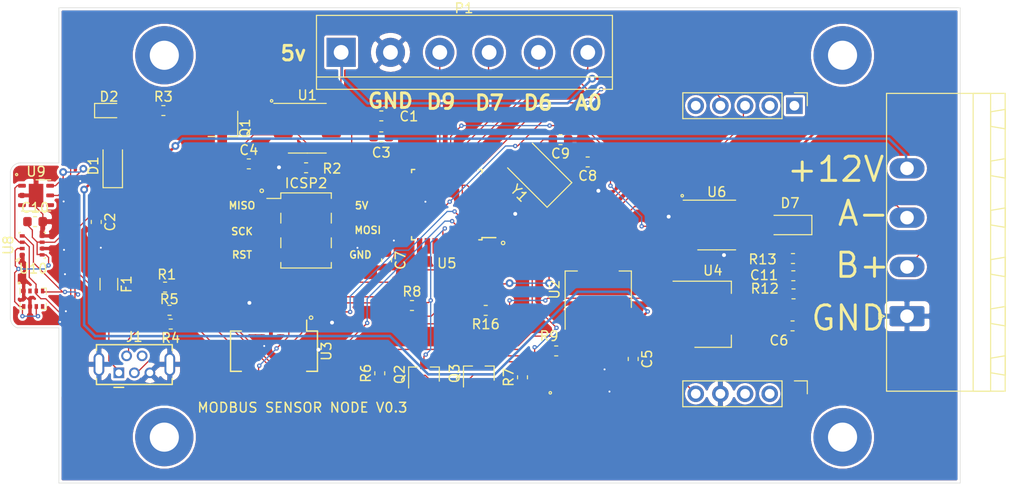
<source format=kicad_pcb>
(kicad_pcb (version 20171130) (host pcbnew "(5.1.5)-3")
  (layers (0 F.Cu signal) (31 B.Cu signal) (34 B.Paste user hide) (35 F.Paste user hide) (36 B.SilkS user hide) (37 F.SilkS user) (38 B.Mask user hide) (39 F.Mask user hide) (44 Edge.Cuts user))
  (net 0 "")
  (net 1 5V_LDO)
  (net 2 GND)
  (net 3 Vin)
  (net 4 3V3_LDO)
  (net 5 "Net-(C7-Pad1)")
  (net 6 "Net-(C11-Pad2)")
  (net 7 12V_BUS)
  (net 8 "Net-(D2-Pad2)")
  (net 9 USBVCC)
  (net 10 "Net-(F1-Pad2)")
  (net 11 328P_ICSP_MISO)
  (net 12 328P_ICSP_SCK)
  (net 13 328P_ICSP_MOSI)
  (net 14 "Net-(J1-Pad2)")
  (net 15 "Net-(J1-Pad3)")
  (net 16 "Net-(J1-Pad4)")
  (net 17 /MODBUS_A-)
  (net 18 /MODBUS_B+)
  (net 19 /atmega328p/ARD_DIG7)
  (net 20 /atmega328p/ARD_DIG6)
  (net 21 /atmega328p/ARD_AN0)
  (net 22 "Net-(Q1-Pad1)")
  (net 23 /ARD_SCL_3V3)
  (net 24 /ARD_SCL)
  (net 25 /ARD_SDA)
  (net 26 /ARD_SDA_3V3)
  (net 27 "Net-(R1-Pad1)")
  (net 28 /USB_D+)
  (net 29 /USB_D-)
  (net 30 /ard_rx)
  (net 31 /ard_tx)
  (net 32 /ard_DTR)
  (net 33 "Net-(U3-Pad2)")
  (net 34 "Net-(U3-Pad13)")
  (net 35 "Net-(U3-Pad5)")
  (net 36 "Net-(U3-Pad7)")
  (net 37 "Net-(U3-Pad8)")
  (net 38 "Net-(U3-Pad9)")
  (net 39 "Net-(U3-Pad10)")
  (net 40 "Net-(U3-Pad17)")
  (net 41 "Net-(U3-Pad18)")
  (net 42 "Net-(U3-Pad19)")
  (net 43 /ARD_RX1)
  (net 44 /ARD_TX1)
  (net 45 /ARD_RX2)
  (net 46 /ARD_TX2)
  (net 47 "Net-(U7-Pad3)")
  (net 48 "Net-(U7-Pad4)")
  (net 49 "Net-(U7-Pad5)")
  (net 50 "Net-(U7-Pad9)")
  (net 51 "Net-(U7-Pad8)")
  (net 52 "Net-(C8-Pad2)")
  (net 53 "Net-(C9-Pad2)")
  (net 54 /atmega328p/RESET)
  (net 55 "Net-(U5-Pad14)")
  (net 56 "Net-(U5-Pad19)")
  (net 57 "Net-(U5-Pad22)")
  (net 58 "Net-(U5-Pad24)")
  (net 59 "Net-(U5-Pad25)")
  (net 60 "Net-(U5-Pad26)")
  (net 61 /atmega328p/ARD_DIG9)
  (net 62 /RS485_LINE_EN!)
  (net 63 "Net-(U9-Pad3)")
  (net 64 "Net-(U9-Pad4)")
  (net 65 "Net-(U10-Pad5)")
  (net 66 "Net-(U10-Pad2)")
  (module kicad_footprints:senseair_s8_v3 (layer F.Cu) (at 170 111.1 90)
    (fp_text reference U7 hide)
    (fp_text value sensair_s8 hide)
    (pad 9 thru_hole rect (at 17 13 270) (size 1.7 1.7) (drill 1) (layers *.Cu *.Mask) (net 50 "Net-(U7-Pad9)"))
    (pad 8 thru_hole oval (at 17 10.46 270) (size 1.7 1.7) (drill 1) (layers *.Cu *.Mask) (net 51 "Net-(U7-Pad8)"))
    (pad 7 thru_hole oval (at 17 7.92 270) (size 1.7 1.7) (drill 1) (layers *.Cu *.Mask) (net 45 /ARD_RX2))
    (pad 6 thru_hole oval (at 17 5.38 270) (size 1.7 1.7) (drill 1) (layers *.Cu *.Mask) (net 46 /ARD_TX2))
    (pad 5 thru_hole oval (at 17 2.84 270) (size 1.7 1.7) (drill 1) (layers *.Cu *.Mask) (net 49 "Net-(U7-Pad5)"))
    (pad 4 thru_hole oval (at -12.7 10.46 270) (size 1.7 1.7) (drill 1) (layers *.Cu *.Mask) (net 48 "Net-(U7-Pad4)"))
    (pad 1 thru_hole oval (at -12.7 2.84 270) (size 1.7 1.7) (drill 1) (layers *.Cu *.Mask) (net 1 5V_LDO))
    (pad 3 thru_hole oval (at -12.7 7.92 270) (size 1.7 1.7) (drill 1) (layers *.Cu *.Mask) (net 47 "Net-(U7-Pad3)"))
    (pad 2 thru_hole oval (at -12.7 5.38 270) (size 1.7 1.7) (drill 1) (layers *.Cu *.Mask) (net 2 GND))
  )
  (module Package_DFN_QFN:DFN-6-1EP_3x3mm_P1mm_EP1.5x2.4mm (layer F.Cu) (at 104.9 103.35)
    (fp_text reference U9 (at 0 -2.45) (layer F.SilkS))
    (fp_text value sht20 hide)
    (pad 1 smd roundrect (at -1.45 -1) (size 0.8 0.4) (layers F.Cu F.Paste F.Mask) (net 26 /ARD_SDA_3V3))
    (pad 2 smd roundrect (at -1.45 0) (size 0.8 0.4) (layers F.Cu F.Paste F.Mask) (net 2 GND))
    (pad 3 smd roundrect (at -1.45 1) (size 0.8 0.4) (layers F.Cu F.Paste F.Mask) (net 63 "Net-(U9-Pad3)"))
    (pad 4 smd roundrect (at 1.45 1) (size 0.8 0.4) (layers F.Cu F.Paste F.Mask) (net 64 "Net-(U9-Pad4)"))
    (pad 5 smd roundrect (at 1.45 0) (size 0.8 0.4) (layers F.Cu F.Paste F.Mask) (net 4 3V3_LDO))
    (pad 6 smd roundrect (at 1.45 -1) (size 0.8 0.4) (layers F.Cu F.Paste F.Mask) (net 23 /ARD_SCL_3V3))
    (pad 7 smd rect (at 0 0) (size 1.5 2.4) (layers F.Cu F.Mask) (net 2 GND))
  )
  (module Package_LGA:Bosch_LGA-8_2.5x2.5mm_P0.65mm_ClockwisePinNumbering (layer F.Cu) (at 104.5 108.5 90)
    (fp_text reference U8 (at 0.015 -2.465 90) (layer F.SilkS))
    (fp_text value BME280)
    (pad 4 smd rect (at 0.975 -1.025 180) (size 0.5 0.35) (layers F.Cu F.Paste F.Mask) (net 23 /ARD_SCL_3V3))
    (pad 3 smd rect (at 0.325 -1.025 180) (size 0.5 0.35) (layers F.Cu F.Paste F.Mask) (net 26 /ARD_SDA_3V3))
    (pad 2 smd rect (at -0.325 -1.025 180) (size 0.5 0.35) (layers F.Cu F.Paste F.Mask) (net 4 3V3_LDO))
    (pad 1 smd rect (at -0.975 -1.025 180) (size 0.5 0.35) (layers F.Cu F.Paste F.Mask) (net 2 GND))
    (pad 8 smd rect (at -0.975 1.025 180) (size 0.5 0.35) (layers F.Cu F.Paste F.Mask) (net 4 3V3_LDO))
    (pad 7 smd rect (at -0.325 1.025 180) (size 0.5 0.35) (layers F.Cu F.Paste F.Mask) (net 2 GND))
    (pad 6 smd rect (at 0.325 1.025 180) (size 0.5 0.35) (layers F.Cu F.Paste F.Mask) (net 4 3V3_LDO))
    (pad 5 smd rect (at 0.975 1.025 180) (size 0.5 0.35) (layers F.Cu F.Paste F.Mask) (net 2 GND))
  )
  (module MountingHole:MountingHole_3mm_Pad (layer F.Cu) (at 118.11 128.27)
    (fp_text reference REF** hide)
    (fp_text value MountingHole_3mm_Pad)
    (pad 1 thru_hole circle (at 0 0) (size 6 6) (drill 3) (layers *.Cu *.Mask))
  )
  (module MountingHole:MountingHole_3mm_Pad (layer F.Cu) (at 187.96 128.27)
    (fp_text reference REF** hide)
    (fp_text value MountingHole_3mm_Pad)
    (pad 1 thru_hole circle (at 0 0) (size 6 6) (drill 3) (layers *.Cu *.Mask))
  )
  (module MountingHole:MountingHole_3mm_Pad (layer F.Cu) (at 187.96 88.9)
    (fp_text reference REF** hide)
    (fp_text value MountingHole_3mm_Pad)
    (pad 1 thru_hole circle (at 0 0) (size 6 6) (drill 3) (layers *.Cu *.Mask))
  )
  (module MountingHole:MountingHole_3mm_Pad (layer F.Cu) (at 118.11 88.9)
    (fp_text reference REF** hide)
    (fp_text value MountingHole_3mm_Pad)
    (pad 1 thru_hole circle (at 0 0) (size 6 6) (drill 3) (layers *.Cu *.Mask))
  )
  (module Package_QFP:TQFP-32_7x7mm_P0.8mm (layer F.Cu) (at 147.2 104.3 180)
    (fp_text reference U5 (at 0 -6.05) (layer F.SilkS))
    (fp_text value ATmega328P-AU)
    (pad 1 smd rect (at -4.25 -2.8 180) (size 1.6 0.55) (layers F.Cu F.Paste F.Mask) (net 44 /ARD_TX1))
    (pad 2 smd rect (at -4.25 -2 180) (size 1.6 0.55) (layers F.Cu F.Paste F.Mask) (net 45 /ARD_RX2))
    (pad 3 smd rect (at -4.25 -1.2 180) (size 1.6 0.55) (layers F.Cu F.Paste F.Mask) (net 2 GND))
    (pad 4 smd rect (at -4.25 -0.4 180) (size 1.6 0.55) (layers F.Cu F.Paste F.Mask) (net 1 5V_LDO))
    (pad 5 smd rect (at -4.25 0.4 180) (size 1.6 0.55) (layers F.Cu F.Paste F.Mask) (net 2 GND))
    (pad 6 smd rect (at -4.25 1.2 180) (size 1.6 0.55) (layers F.Cu F.Paste F.Mask) (net 1 5V_LDO))
    (pad 7 smd rect (at -4.25 2 180) (size 1.6 0.55) (layers F.Cu F.Paste F.Mask) (net 52 "Net-(C8-Pad2)"))
    (pad 8 smd rect (at -4.25 2.8 180) (size 1.6 0.55) (layers F.Cu F.Paste F.Mask) (net 53 "Net-(C9-Pad2)"))
    (pad 9 smd rect (at -2.8 4.25 270) (size 1.6 0.55) (layers F.Cu F.Paste F.Mask) (net 46 /ARD_TX2))
    (pad 10 smd rect (at -2 4.25 270) (size 1.6 0.55) (layers F.Cu F.Paste F.Mask) (net 20 /atmega328p/ARD_DIG6))
    (pad 11 smd rect (at -1.2 4.25 270) (size 1.6 0.55) (layers F.Cu F.Paste F.Mask) (net 19 /atmega328p/ARD_DIG7))
    (pad 12 smd rect (at -0.4 4.25 270) (size 1.6 0.55) (layers F.Cu F.Paste F.Mask) (net 62 /RS485_LINE_EN!))
    (pad 13 smd rect (at 0.4 4.25 270) (size 1.6 0.55) (layers F.Cu F.Paste F.Mask) (net 61 /atmega328p/ARD_DIG9))
    (pad 14 smd rect (at 1.2 4.25 270) (size 1.6 0.55) (layers F.Cu F.Paste F.Mask) (net 55 "Net-(U5-Pad14)"))
    (pad 15 smd rect (at 2 4.25 270) (size 1.6 0.55) (layers F.Cu F.Paste F.Mask) (net 13 328P_ICSP_MOSI))
    (pad 16 smd rect (at 2.8 4.25 270) (size 1.6 0.55) (layers F.Cu F.Paste F.Mask) (net 11 328P_ICSP_MISO))
    (pad 17 smd rect (at 4.25 2.8 180) (size 1.6 0.55) (layers F.Cu F.Paste F.Mask) (net 12 328P_ICSP_SCK))
    (pad 18 smd rect (at 4.25 2 180) (size 1.6 0.55) (layers F.Cu F.Paste F.Mask) (net 1 5V_LDO))
    (pad 19 smd rect (at 4.25 1.2 180) (size 1.6 0.55) (layers F.Cu F.Paste F.Mask) (net 56 "Net-(U5-Pad19)"))
    (pad 20 smd rect (at 4.25 0.4 180) (size 1.6 0.55) (layers F.Cu F.Paste F.Mask) (net 5 "Net-(C7-Pad1)"))
    (pad 21 smd rect (at 4.25 -0.4 180) (size 1.6 0.55) (layers F.Cu F.Paste F.Mask) (net 2 GND))
    (pad 22 smd rect (at 4.25 -1.2 180) (size 1.6 0.55) (layers F.Cu F.Paste F.Mask) (net 57 "Net-(U5-Pad22)"))
    (pad 23 smd rect (at 4.25 -2 180) (size 1.6 0.55) (layers F.Cu F.Paste F.Mask) (net 21 /atmega328p/ARD_AN0))
    (pad 24 smd rect (at 4.25 -2.8 180) (size 1.6 0.55) (layers F.Cu F.Paste F.Mask) (net 58 "Net-(U5-Pad24)"))
    (pad 25 smd rect (at 2.8 -4.25 270) (size 1.6 0.55) (layers F.Cu F.Paste F.Mask) (net 59 "Net-(U5-Pad25)"))
    (pad 26 smd rect (at 2 -4.25 270) (size 1.6 0.55) (layers F.Cu F.Paste F.Mask) (net 60 "Net-(U5-Pad26)"))
    (pad 27 smd rect (at 1.2 -4.25 270) (size 1.6 0.55) (layers F.Cu F.Paste F.Mask) (net 25 /ARD_SDA))
    (pad 28 smd rect (at 0.4 -4.25 270) (size 1.6 0.55) (layers F.Cu F.Paste F.Mask) (net 24 /ARD_SCL))
    (pad 29 smd rect (at -0.4 -4.25 270) (size 1.6 0.55) (layers F.Cu F.Paste F.Mask) (net 54 /atmega328p/RESET))
    (pad 30 smd rect (at -1.2 -4.25 270) (size 1.6 0.55) (layers F.Cu F.Paste F.Mask) (net 30 /ard_rx))
    (pad 31 smd rect (at -2 -4.25 270) (size 1.6 0.55) (layers F.Cu F.Paste F.Mask) (net 31 /ard_tx))
    (pad 32 smd rect (at -2.8 -4.25 270) (size 1.6 0.55) (layers F.Cu F.Paste F.Mask) (net 43 /ARD_RX1))
  )
  (module Capacitor_SMD:C_0603_1608Metric (layer F.Cu) (at 140.455 95.151 180)
    (fp_text reference C1 (at -2.845 -0.049) (layer F.SilkS))
    (fp_text value "0.1 uF")
    (pad 2 smd roundrect (at 0.7875 0 180) (size 0.875 0.95) (layers F.Cu F.Paste F.Mask) (net 1 5V_LDO))
    (pad 1 smd roundrect (at -0.7875 0 180) (size 0.875 0.95) (layers F.Cu F.Paste F.Mask) (net 2 GND))
  )
  (module Capacitor_SMD:C_0603_1608Metric (layer F.Cu) (at 111.1 106.0875 270)
    (fp_text reference C2 (at 0 -1.43 90) (layer F.SilkS))
    (fp_text value 47uF)
    (pad 2 smd roundrect (at 0.7875 0 270) (size 0.875 0.95) (layers F.Cu F.Paste F.Mask) (net 2 GND))
    (pad 1 smd roundrect (at -0.7875 0 270) (size 0.875 0.95) (layers F.Cu F.Paste F.Mask) (net 3 Vin))
  )
  (module Capacitor_SMD:C_0603_1608Metric (layer F.Cu) (at 140.455 97.31)
    (fp_text reference C3 (at 0 1.623) (layer F.SilkS))
    (fp_text value 1uF)
    (pad 1 smd roundrect (at -0.7875 0) (size 0.875 0.95) (layers F.Cu F.Paste F.Mask) (net 1 5V_LDO))
    (pad 2 smd roundrect (at 0.7875 0) (size 0.875 0.95) (layers F.Cu F.Paste F.Mask) (net 2 GND))
  )
  (module Capacitor_SMD:C_0603_1608Metric (layer F.Cu) (at 126.8125 100.1)
    (fp_text reference C4 (at 0 -1.43) (layer F.SilkS))
    (fp_text value 47uF)
    (pad 2 smd roundrect (at 0.7875 0) (size 0.875 0.95) (layers F.Cu F.Paste F.Mask) (net 2 GND))
    (pad 1 smd roundrect (at -0.7875 0) (size 0.875 0.95) (layers F.Cu F.Paste F.Mask) (net 1 5V_LDO))
  )
  (module Capacitor_SMD:C_0603_1608Metric (layer F.Cu) (at 166.4 120.2125 270)
    (fp_text reference C5 (at 0 -1.43 90) (layer F.SilkS))
    (fp_text value "0.1 uF")
    (pad 1 smd roundrect (at -0.7875 0 270) (size 0.875 0.95) (layers F.Cu F.Paste F.Mask) (net 1 5V_LDO))
    (pad 2 smd roundrect (at 0.7875 0 270) (size 0.875 0.95) (layers F.Cu F.Paste F.Mask) (net 2 GND))
  )
  (module Capacitor_SMD:C_0603_1608Metric (layer F.Cu) (at 182.8125 116.8)
    (fp_text reference C6 (at -1.4025 1.5) (layer F.SilkS))
    (fp_text value 4.7uF)
    (pad 1 smd roundrect (at -0.7875 0) (size 0.875 0.95) (layers F.Cu F.Paste F.Mask) (net 4 3V3_LDO))
    (pad 2 smd roundrect (at 0.7875 0) (size 0.875 0.95) (layers F.Cu F.Paste F.Mask) (net 2 GND))
  )
  (module Capacitor_SMD:C_0603_1608Metric (layer F.Cu) (at 182.8875 111.633 180)
    (fp_text reference C11 (at 3.0075 0.063) (layer F.SilkS))
    (fp_text value "0.1 uF")
    (pad 1 smd roundrect (at -0.7875 0 180) (size 0.875 0.95) (layers F.Cu F.Paste F.Mask) (net 32 /ard_DTR))
    (pad 2 smd roundrect (at 0.7875 0 180) (size 0.875 0.95) (layers F.Cu F.Paste F.Mask) (net 6 "Net-(C11-Pad2)"))
  )
  (module Diode_SMD:D_SOD-123 (layer F.Cu) (at 112.8 100.3 90)
    (fp_text reference D1 (at 0 -2 90) (layer F.SilkS))
    (fp_text value DIODE)
    (pad 1 smd rect (at -1.65 0 90) (size 0.9 1.2) (layers F.Cu F.Paste F.Mask) (net 3 Vin))
    (pad 2 smd rect (at 1.65 0 90) (size 0.9 1.2) (layers F.Cu F.Paste F.Mask) (net 7 12V_BUS))
  )
  (module LED_SMD:LED_0603_1608Metric (layer F.Cu) (at 112.4125 94.6)
    (fp_text reference D2 (at 0 -1.43) (layer F.SilkS))
    (fp_text value LED)
    (pad 1 smd roundrect (at -0.7875 0) (size 0.875 0.95) (layers F.Cu F.Paste F.Mask) (net 2 GND))
    (pad 2 smd roundrect (at 0.7875 0) (size 0.875 0.95) (layers F.Cu F.Paste F.Mask) (net 8 "Net-(D2-Pad2)"))
  )
  (module Diode_SMD:D_SOD-123 (layer F.Cu) (at 182.55 106.4 180)
    (fp_text reference D7 (at 0 2.26) (layer F.SilkS))
    (fp_text value 1N4148W-7-F)
    (pad 2 smd rect (at 1.65 0 180) (size 0.9 1.2) (layers F.Cu F.Paste F.Mask) (net 1 5V_LDO))
    (pad 1 smd rect (at -1.65 0 180) (size 0.9 1.2) (layers F.Cu F.Paste F.Mask) (net 54 /atmega328p/RESET))
  )
  (module Fuse:Fuse_1206_3216Metric (layer F.Cu) (at 112.4 112.5 270)
    (fp_text reference F1 (at 0 -1.82 90) (layer F.SilkS))
    (fp_text value Polyfuse)
    (pad 1 smd roundrect (at -1.4 0 270) (size 1.25 1.75) (layers F.Cu F.Paste F.Mask) (roundrect_rratio 0.2) (net 9 USBVCC))
    (pad 2 smd roundrect (at 1.4 0 270) (size 1.25 1.75) (layers F.Cu F.Paste F.Mask) (roundrect_rratio 0.2) (net 10 "Net-(F1-Pad2)"))
  )
  (module Connector_PinHeader_2.54mm:PinHeader_2x03_P2.54mm_Vertical_SMD (layer F.Cu) (at 132.708 106.962)
    (fp_text reference ICSP2 (at 0 -4.87) (layer F.SilkS))
    (fp_text value M20-9980346)
    (pad 1 smd rect (at -2.525 -2.54) (size 3.15 1) (layers F.Cu F.Paste F.Mask) (net 11 328P_ICSP_MISO))
    (pad 2 smd rect (at 2.525 -2.54) (size 3.15 1) (layers F.Cu F.Paste F.Mask) (net 1 5V_LDO))
    (pad 3 smd rect (at -2.525 0) (size 3.15 1) (layers F.Cu F.Paste F.Mask) (net 12 328P_ICSP_SCK))
    (pad 4 smd rect (at 2.525 0) (size 3.15 1) (layers F.Cu F.Paste F.Mask) (net 13 328P_ICSP_MOSI))
    (pad 5 smd rect (at -2.525 2.54) (size 3.15 1) (layers F.Cu F.Paste F.Mask) (net 54 /atmega328p/RESET))
    (pad 6 smd rect (at 2.525 2.54) (size 3.15 1) (layers F.Cu F.Paste F.Mask) (net 2 GND))
  )
  (module Connector_Phoenix_MSTB:PhoenixContact_MSTB_2,5_4-GF-5,08_1x04_P5.08mm_Horizontal_ThreadedFlange (layer F.Cu) (at 194.6 115.8 90)
    (fp_text reference J3 hide)
    (fp_text value OUTPUT_CONNECTOR)
    (pad 1 thru_hole roundrect (at 0 0 90) (size 2.08 3.6) (drill 1.4) (layers *.Cu *.Mask) (roundrect_rratio 0.120192) (net 2 GND))
    (pad 2 thru_hole oval (at 5.08 0 90) (size 2.08 3.6) (drill 1.4) (layers *.Cu *.Mask) (net 18 /MODBUS_B+))
    (pad 3 thru_hole oval (at 10.16 0 90) (size 2.08 3.6) (drill 1.4) (layers *.Cu *.Mask) (net 17 /MODBUS_A-))
    (pad 4 thru_hole oval (at 15.24 0 90) (size 2.08 3.6) (drill 1.4) (layers *.Cu *.Mask) (net 7 12V_BUS))
  )
  (module Package_TO_SOT_SMD:SuperSOT-3 (layer F.Cu) (at 124.072 96.421 270)
    (fp_text reference Q1 (at 0 -2.35 90) (layer F.SilkS))
    (fp_text value FDN340P)
    (pad 1 smd rect (at -1.1 -0.95 270) (size 1.4 1) (layers F.Cu F.Paste F.Mask) (net 22 "Net-(Q1-Pad1)"))
    (pad 2 smd rect (at -1.1 0.95 270) (size 1.4 1) (layers F.Cu F.Paste F.Mask) (net 1 5V_LDO))
    (pad 3 smd rect (at 1.1 0 270) (size 1.4 1) (layers F.Cu F.Paste F.Mask) (net 9 USBVCC))
  )
  (module Package_TO_SOT_SMD:SOT-23 (layer F.Cu) (at 144.85 121.8 90)
    (fp_text reference Q2 (at 0 -2.5 90) (layer F.SilkS))
    (fp_text value BSS138)
    (pad 1 smd rect (at -1 -0.95 90) (size 0.9 0.8) (layers F.Cu F.Paste F.Mask) (net 4 3V3_LDO))
    (pad 2 smd rect (at -1 0.95 90) (size 0.9 0.8) (layers F.Cu F.Paste F.Mask) (net 23 /ARD_SCL_3V3))
    (pad 3 smd rect (at 1 0 90) (size 0.9 0.8) (layers F.Cu F.Paste F.Mask) (net 24 /ARD_SCL))
  )
  (module Package_TO_SOT_SMD:SOT-23 (layer F.Cu) (at 150.5 121.7 90)
    (fp_text reference Q3 (at 0 -2.5 90) (layer F.SilkS))
    (fp_text value BSS138)
    (pad 3 smd rect (at 1 0 90) (size 0.9 0.8) (layers F.Cu F.Paste F.Mask) (net 25 /ARD_SDA))
    (pad 2 smd rect (at -1 0.95 90) (size 0.9 0.8) (layers F.Cu F.Paste F.Mask) (net 26 /ARD_SDA_3V3))
    (pad 1 smd rect (at -1 -0.95 90) (size 0.9 0.8) (layers F.Cu F.Paste F.Mask) (net 4 3V3_LDO))
  )
  (module Resistor_SMD:R_0603_1608Metric (layer F.Cu) (at 118.1875 112.8 180)
    (fp_text reference R1 (at -0.1765 1.294) (layer F.SilkS))
    (fp_text value 10K)
    (pad 2 smd roundrect (at 0.7875 0 180) (size 0.875 0.95) (layers F.Cu F.Paste F.Mask) (net 3 Vin))
    (pad 1 smd roundrect (at -0.7875 0 180) (size 0.875 0.95) (layers F.Cu F.Paste F.Mask) (net 27 "Net-(R1-Pad1)"))
  )
  (module Resistor_SMD:R_0603_1608Metric (layer F.Cu) (at 132.7125 100.5)
    (fp_text reference R2 (at 2.6695 0.084) (layer F.SilkS))
    (fp_text value 10K)
    (pad 2 smd roundrect (at 0.7875 0) (size 0.875 0.95) (layers F.Cu F.Paste F.Mask) (net 27 "Net-(R1-Pad1)"))
    (pad 1 smd roundrect (at -0.7875 0) (size 0.875 0.95) (layers F.Cu F.Paste F.Mask) (net 2 GND))
  )
  (module Resistor_SMD:R_0603_1608Metric (layer F.Cu) (at 118.0125 94.6)
    (fp_text reference R3 (at 0 -1.43) (layer F.SilkS))
    (fp_text value 510)
    (pad 2 smd roundrect (at 0.7875 0) (size 0.875 0.95) (layers F.Cu F.Paste F.Mask) (net 1 5V_LDO))
    (pad 1 smd roundrect (at -0.7875 0) (size 0.875 0.95) (layers F.Cu F.Paste F.Mask) (net 8 "Net-(D2-Pad2)"))
  )
  (module Resistor_SMD:R_0603_1608Metric (layer F.Cu) (at 118.7705 116.614 180)
    (fp_text reference R4 (at 0 -1.43) (layer F.SilkS))
    (fp_text value 27R)
    (pad 1 smd roundrect (at -0.7875 0 180) (size 0.875 0.95) (layers F.Cu F.Paste F.Mask) (net 28 /USB_D+))
    (pad 2 smd roundrect (at 0.7875 0 180) (size 0.875 0.95) (layers F.Cu F.Paste F.Mask) (net 15 "Net-(J1-Pad3)"))
  )
  (module Resistor_SMD:R_0603_1608Metric (layer F.Cu) (at 118.6435 115.189 180)
    (fp_text reference R5 (at 0.0255 1.143) (layer F.SilkS))
    (fp_text value 27R)
    (pad 2 smd roundrect (at 0.7875 0 180) (size 0.875 0.95) (layers F.Cu F.Paste F.Mask) (net 14 "Net-(J1-Pad2)"))
    (pad 1 smd roundrect (at -0.7875 0 180) (size 0.875 0.95) (layers F.Cu F.Paste F.Mask) (net 29 /USB_D-))
  )
  (module Resistor_SMD:R_0603_1608Metric (layer F.Cu) (at 140.3 121.6875 90)
    (fp_text reference R6 (at 0 -1.43 90) (layer F.SilkS))
    (fp_text value 10K)
    (pad 2 smd roundrect (at 0.7875 0 90) (size 0.875 0.95) (layers F.Cu F.Paste F.Mask) (net 23 /ARD_SCL_3V3))
    (pad 1 smd roundrect (at -0.7875 0 90) (size 0.875 0.95) (layers F.Cu F.Paste F.Mask) (net 4 3V3_LDO))
  )
  (module Resistor_SMD:R_0603_1608Metric (layer F.Cu) (at 155 122.1 90)
    (fp_text reference R7 (at 0 -1.43 90) (layer F.SilkS))
    (fp_text value 10K)
    (pad 2 smd roundrect (at 0.7875 0 90) (size 0.875 0.95) (layers F.Cu F.Paste F.Mask) (net 26 /ARD_SDA_3V3))
    (pad 1 smd roundrect (at -0.7875 0 90) (size 0.875 0.95) (layers F.Cu F.Paste F.Mask) (net 4 3V3_LDO))
  )
  (module Resistor_SMD:R_0603_1608Metric (layer F.Cu) (at 143.6125 114.7)
    (fp_text reference R8 (at 0 -1.43) (layer F.SilkS))
    (fp_text value 10K)
    (pad 1 smd roundrect (at -0.7875 0) (size 0.875 0.95) (layers F.Cu F.Paste F.Mask) (net 1 5V_LDO))
    (pad 2 smd roundrect (at 0.7875 0) (size 0.875 0.95) (layers F.Cu F.Paste F.Mask) (net 24 /ARD_SCL))
  )
  (module Resistor_SMD:R_0603_1608Metric (layer F.Cu) (at 158.4705 119.38 180)
    (fp_text reference R9 (at 0.7365 1.524) (layer F.SilkS))
    (fp_text value 10K)
    (pad 1 smd roundrect (at -0.7875 0 180) (size 0.875 0.95) (layers F.Cu F.Paste F.Mask) (net 1 5V_LDO))
    (pad 2 smd roundrect (at 0.7875 0 180) (size 0.875 0.95) (layers F.Cu F.Paste F.Mask) (net 25 /ARD_SDA))
  )
  (module Resistor_SMD:R_0603_1608Metric (layer F.Cu) (at 182.9125 113.5 180)
    (fp_text reference R12 (at 2.9625 0.54) (layer F.SilkS))
    (fp_text value 1K)
    (pad 1 smd roundrect (at -0.7875 0 180) (size 0.875 0.95) (layers F.Cu F.Paste F.Mask) (net 32 /ard_DTR))
    (pad 2 smd roundrect (at 0.7875 0 180) (size 0.875 0.95) (layers F.Cu F.Paste F.Mask) (net 2 GND))
  )
  (module Resistor_SMD:R_0603_1608Metric (layer F.Cu) (at 182.8545 109.855)
    (fp_text reference R13 (at -3.1245 0.085) (layer F.SilkS))
    (fp_text value 0)
    (pad 1 smd roundrect (at -0.7875 0) (size 0.875 0.95) (layers F.Cu F.Paste F.Mask) (net 6 "Net-(C11-Pad2)"))
    (pad 2 smd roundrect (at 0.7875 0) (size 0.875 0.95) (layers F.Cu F.Paste F.Mask) (net 54 /atmega328p/RESET))
  )
  (module Resistor_SMD:R_0603_1608Metric (layer F.Cu) (at 151.2125 115.2 180)
    (fp_text reference R16 (at 0 -1.43) (layer F.SilkS))
    (fp_text value 10K)
    (pad 2 smd roundrect (at 0.7875 0 180) (size 0.875 0.95) (layers F.Cu F.Paste F.Mask) (net 1 5V_LDO))
    (pad 1 smd roundrect (at -0.7875 0 180) (size 0.875 0.95) (layers F.Cu F.Paste F.Mask) (net 54 /atmega328p/RESET))
  )
  (module Package_SO:SOIC-8_3.9x4.9mm_P1.27mm (layer F.Cu) (at 132.835 96.421)
    (fp_text reference U1 (at 0 -3.4) (layer F.SilkS))
    (fp_text value LMV358IDGKR)
    (pad 8 smd roundrect (at 2.475 -1.905) (size 1.95 0.6) (layers F.Cu F.Paste F.Mask) (net 1 5V_LDO))
    (pad 7 smd roundrect (at 2.475 -0.635) (size 1.95 0.6) (layers F.Cu F.Paste F.Mask))
    (pad 6 smd roundrect (at 2.475 0.635) (size 1.95 0.6) (layers F.Cu F.Paste F.Mask))
    (pad 5 smd roundrect (at 2.475 1.905) (size 1.95 0.6) (layers F.Cu F.Paste F.Mask))
    (pad 4 smd roundrect (at -2.475 1.905) (size 1.95 0.6) (layers F.Cu F.Paste F.Mask) (net 2 GND))
    (pad 3 smd roundrect (at -2.475 0.635) (size 1.95 0.6) (layers F.Cu F.Paste F.Mask) (net 27 "Net-(R1-Pad1)"))
    (pad 2 smd roundrect (at -2.475 -0.635) (size 1.95 0.6) (layers F.Cu F.Paste F.Mask) (net 4 3V3_LDO))
    (pad 1 smd roundrect (at -2.475 -1.905) (size 1.95 0.6) (layers F.Cu F.Paste F.Mask) (net 22 "Net-(Q1-Pad1)"))
  )
  (module Package_TO_SOT_SMD:SOT-223-3_TabPin2 (layer F.Cu) (at 162.8 113.05 90)
    (fp_text reference U2 (at 0 -4.5 90) (layer F.SilkS))
    (fp_text value LD1117S50TR)
    (pad 2 smd rect (at 3.15 0 90) (size 2 3.8) (layers F.Cu F.Paste F.Mask) (net 1 5V_LDO))
    (pad 2 smd rect (at -3.15 0 90) (size 2 1.5) (layers F.Cu F.Paste F.Mask) (net 1 5V_LDO))
    (pad 3 smd rect (at -3.15 2.3 90) (size 2 1.5) (layers F.Cu F.Paste F.Mask) (net 3 Vin))
    (pad 1 smd rect (at -3.15 -2.3 90) (size 2 1.5) (layers F.Cu F.Paste F.Mask) (net 2 GND))
  )
  (module Package_SO:SSOP-20_3.9x8.7mm_P0.635mm (layer F.Cu) (at 129.406 119.408 270)
    (fp_text reference U3 (at 0 -5.4 90) (layer F.SilkS))
    (fp_text value FT231XS)
    (pad 1 smd rect (at -2.6 -2.8575 270) (size 1.2 0.4) (layers F.Cu F.Paste F.Mask) (net 32 /ard_DTR))
    (pad 2 smd rect (at -2.6 -2.2225 270) (size 1.2 0.4) (layers F.Cu F.Paste F.Mask) (net 33 "Net-(U3-Pad2)"))
    (pad 3 smd rect (at -2.6 -1.5875 270) (size 1.2 0.4) (layers F.Cu F.Paste F.Mask) (net 34 "Net-(U3-Pad13)"))
    (pad 4 smd rect (at -2.6 -0.9525 270) (size 1.2 0.4) (layers F.Cu F.Paste F.Mask) (net 31 /ard_tx))
    (pad 5 smd rect (at -2.6 -0.3175 270) (size 1.2 0.4) (layers F.Cu F.Paste F.Mask) (net 35 "Net-(U3-Pad5)"))
    (pad 6 smd rect (at -2.6 0.3175 270) (size 1.2 0.4) (layers F.Cu F.Paste F.Mask) (net 2 GND))
    (pad 7 smd rect (at -2.6 0.9525 270) (size 1.2 0.4) (layers F.Cu F.Paste F.Mask) (net 36 "Net-(U3-Pad7)"))
    (pad 8 smd rect (at -2.6 1.5875 270) (size 1.2 0.4) (layers F.Cu F.Paste F.Mask) (net 37 "Net-(U3-Pad8)"))
    (pad 9 smd rect (at -2.6 2.2225 270) (size 1.2 0.4) (layers F.Cu F.Paste F.Mask) (net 38 "Net-(U3-Pad9)"))
    (pad 10 smd rect (at -2.6 2.8575 270) (size 1.2 0.4) (layers F.Cu F.Paste F.Mask) (net 39 "Net-(U3-Pad10)"))
    (pad 11 smd rect (at 2.6 2.8575 270) (size 1.2 0.4) (layers F.Cu F.Paste F.Mask) (net 28 /USB_D+))
    (pad 12 smd rect (at 2.6 2.2225 270) (size 1.2 0.4) (layers F.Cu F.Paste F.Mask) (net 29 /USB_D-))
    (pad 13 smd rect (at 2.6 1.5875 270) (size 1.2 0.4) (layers F.Cu F.Paste F.Mask) (net 34 "Net-(U3-Pad13)"))
    (pad 14 smd rect (at 2.6 0.9525 270) (size 1.2 0.4) (layers F.Cu F.Paste F.Mask) (net 34 "Net-(U3-Pad13)"))
    (pad 15 smd rect (at 2.6 0.3175 270) (size 1.2 0.4) (layers F.Cu F.Paste F.Mask) (net 1 5V_LDO))
    (pad 16 smd rect (at 2.6 -0.3175 270) (size 1.2 0.4) (layers F.Cu F.Paste F.Mask) (net 2 GND))
    (pad 17 smd rect (at 2.6 -0.9525 270) (size 1.2 0.4) (layers F.Cu F.Paste F.Mask) (net 40 "Net-(U3-Pad17)"))
    (pad 18 smd rect (at 2.6 -1.5875 270) (size 1.2 0.4) (layers F.Cu F.Paste F.Mask) (net 41 "Net-(U3-Pad18)"))
    (pad 19 smd rect (at 2.6 -2.2225 270) (size 1.2 0.4) (layers F.Cu F.Paste F.Mask) (net 42 "Net-(U3-Pad19)"))
    (pad 20 smd rect (at 2.6 -2.8575 270) (size 1.2 0.4) (layers F.Cu F.Paste F.Mask) (net 30 /ard_rx))
  )
  (module Package_TO_SOT_SMD:SOT-223-3_TabPin2 (layer F.Cu) (at 174.6 115.6)
    (fp_text reference U4 (at 0 -4.5) (layer F.SilkS))
    (fp_text value LM1117-3.3)
    (pad 1 smd rect (at -3.15 -2.3) (size 2 1.5) (layers F.Cu F.Paste F.Mask) (net 2 GND))
    (pad 3 smd rect (at -3.15 2.3) (size 2 1.5) (layers F.Cu F.Paste F.Mask) (net 1 5V_LDO))
    (pad 2 smd rect (at -3.15 0) (size 2 1.5) (layers F.Cu F.Paste F.Mask) (net 4 3V3_LDO))
    (pad 2 smd rect (at 3.15 0) (size 2 3.8) (layers F.Cu F.Paste F.Mask) (net 4 3V3_LDO))
  )
  (module Package_SO:SOIC-8_3.9x4.9mm_P1.27mm (layer F.Cu) (at 175 106.4)
    (fp_text reference U6 (at 0 -3.4) (layer F.SilkS))
    (fp_text value SP485EEN-L_TR)
    (pad 1 smd roundrect (at -2.475 -1.905) (size 1.95 0.6) (layers F.Cu F.Paste F.Mask) (net 43 /ARD_RX1))
    (pad 2 smd roundrect (at -2.475 -0.635) (size 1.95 0.6) (layers F.Cu F.Paste F.Mask) (net 62 /RS485_LINE_EN!))
    (pad 3 smd roundrect (at -2.475 0.635) (size 1.95 0.6) (layers F.Cu F.Paste F.Mask) (net 62 /RS485_LINE_EN!))
    (pad 4 smd roundrect (at -2.475 1.905) (size 1.95 0.6) (layers F.Cu F.Paste F.Mask) (net 44 /ARD_TX1))
    (pad 5 smd roundrect (at 2.475 1.905) (size 1.95 0.6) (layers F.Cu F.Paste F.Mask) (net 2 GND))
    (pad 6 smd roundrect (at 2.475 0.635) (size 1.95 0.6) (layers F.Cu F.Paste F.Mask) (net 17 /MODBUS_A-))
    (pad 7 smd roundrect (at 2.475 -0.635) (size 1.95 0.6) (layers F.Cu F.Paste F.Mask) (net 18 /MODBUS_B+))
    (pad 8 smd roundrect (at 2.475 -1.905) (size 1.95 0.6) (layers F.Cu F.Paste F.Mask) (net 1 5V_LDO))
  )
  (module Crystal:Crystal_SMD_5032-2Pin_5.0x3.2mm (layer F.Cu) (at 156.6475 101.1454 135)
    (fp_text reference Y1 (at 0 -2.8 135) (layer F.SilkS))
    (fp_text value Crystal)
    (pad 1 smd rect (at -1.85 0 135) (size 2 2.4) (layers F.Cu F.Paste F.Mask) (net 52 "Net-(C8-Pad2)"))
    (pad 2 smd rect (at 1.85 0 135) (size 2 2.4) (layers F.Cu F.Paste F.Mask) (net 53 "Net-(C9-Pad2)"))
  )
  (module Connector_USB:USB_Mini-B_Tensility_54-00023_Vertical (layer F.Cu) (at 113.424 121.638)
    (fp_text reference J1 (at 1.6 -3.7) (layer F.SilkS))
    (fp_text value USB_B_Mini)
    (pad 1 thru_hole rect (at 0 0) (size 1.1 1.1) (drill 0.7) (layers *.Cu *.Mask) (net 10 "Net-(F1-Pad2)"))
    (pad 2 thru_hole circle (at 0.8 -1.75) (size 1.1 1.1) (drill 0.7) (layers *.Cu *.Mask) (net 14 "Net-(J1-Pad2)"))
    (pad 3 thru_hole circle (at 1.6 0) (size 1.1 1.1) (drill 0.7) (layers *.Cu *.Mask) (net 15 "Net-(J1-Pad3)"))
    (pad 4 thru_hole circle (at 2.4 -1.75) (size 1.1 1.1) (drill 0.7) (layers *.Cu *.Mask) (net 16 "Net-(J1-Pad4)"))
    (pad 5 thru_hole circle (at 3.2 0) (size 1.1 1.1) (drill 0.7) (layers *.Cu *.Mask) (net 2 GND))
    (pad 6 thru_hole oval (at -2.05 -0.875) (size 1.1 2.4) (drill oval 0.7 2) (layers *.Cu *.Mask) (net 2 GND))
    (pad 6 thru_hole oval (at 5.25 -0.875) (size 1.1 2.4) (drill oval 0.7 2) (layers *.Cu *.Mask) (net 2 GND))
  )
  (module Capacitor_SMD:C_0603_1608Metric (layer F.Cu) (at 141 110.0375 270)
    (fp_text reference C7 (at 0 -1.43 90) (layer F.SilkS))
    (fp_text value "0.1 uF")
    (pad 1 smd roundrect (at -0.7875 0 270) (size 0.875 0.95) (layers F.Cu F.Paste F.Mask) (net 5 "Net-(C7-Pad1)"))
    (pad 2 smd roundrect (at 0.7875 0 270) (size 0.875 0.95) (layers F.Cu F.Paste F.Mask) (net 2 GND))
  )
  (module Capacitor_SMD:C_0603_1608Metric (layer F.Cu) (at 161.7125 99.9 180)
    (fp_text reference C8 (at 0 -1.43) (layer F.SilkS))
    (fp_text value 18pF)
    (pad 1 smd roundrect (at -0.7875 0 180) (size 0.875 0.95) (layers F.Cu F.Paste F.Mask) (net 2 GND))
    (pad 2 smd roundrect (at 0.7875 0 180) (size 0.875 0.95) (layers F.Cu F.Paste F.Mask) (net 52 "Net-(C8-Pad2)"))
  )
  (module Capacitor_SMD:C_0603_1608Metric (layer F.Cu) (at 158.9125 97.6 180)
    (fp_text reference C9 (at 0 -1.43) (layer F.SilkS))
    (fp_text value 18pF)
    (pad 2 smd roundrect (at 0.7875 0 180) (size 0.875 0.95) (layers F.Cu F.Paste F.Mask) (net 53 "Net-(C9-Pad2)"))
    (pad 1 smd roundrect (at -0.7875 0 180) (size 0.875 0.95) (layers F.Cu F.Paste F.Mask) (net 2 GND))
  )
  (module Package_LGA:Bosch_LGA-8_2x2.5mm_P0.65mm_ClockwisePinNumbering (layer F.Cu) (at 104.6 114)
    (fp_text reference U10 (at 0 -3.1) (layer F.SilkS))
    (fp_text value dps310)
    (pad 1 smd rect (at -0.975 -0.8 90) (size 0.5 0.35) (layers F.Cu F.Paste F.Mask) (net 2 GND))
    (pad 5 smd rect (at 0.975 0.8 90) (size 0.5 0.35) (layers F.Cu F.Paste F.Mask) (net 65 "Net-(U10-Pad5)"))
    (pad 6 smd rect (at 0.325 0.8 90) (size 0.5 0.35) (layers F.Cu F.Paste F.Mask) (net 4 3V3_LDO))
    (pad 7 smd rect (at -0.325 0.8 90) (size 0.5 0.35) (layers F.Cu F.Paste F.Mask) (net 2 GND))
    (pad 4 smd rect (at 0.975 -0.8 90) (size 0.5 0.35) (layers F.Cu F.Paste F.Mask) (net 23 /ARD_SCL_3V3))
    (pad 3 smd rect (at 0.325 -0.8 90) (size 0.5 0.35) (layers F.Cu F.Paste F.Mask) (net 26 /ARD_SDA_3V3))
    (pad 2 smd rect (at -0.325 -0.8 90) (size 0.5 0.35) (layers F.Cu F.Paste F.Mask) (net 66 "Net-(U10-Pad2)"))
    (pad 8 smd rect (at -0.975 0.8 90) (size 0.5 0.35) (layers F.Cu F.Paste F.Mask) (net 4 3V3_LDO))
  )
  (module TerminalBlock:TerminalBlock_bornier-6_P5.08mm (layer F.Cu) (at 136.32 88.6)
    (fp_text reference P1 (at 12.65 -4.55) (layer F.SilkS))
    (fp_text value BREAKOUTS)
    (pad 2 thru_hole circle (at 5.08 0) (size 3 3) (drill 1.52) (layers *.Cu *.Mask) (net 2 GND))
    (pad 3 thru_hole circle (at 10.16 0) (size 3 3) (drill 1.52) (layers *.Cu *.Mask) (net 61 /atmega328p/ARD_DIG9))
    (pad 1 thru_hole rect (at 0 0) (size 3 3) (drill 1.52) (layers *.Cu *.Mask) (net 1 5V_LDO))
    (pad 4 thru_hole circle (at 15.24 0) (size 3 3) (drill 1.52) (layers *.Cu *.Mask) (net 19 /atmega328p/ARD_DIG7))
    (pad 5 thru_hole circle (at 20.32 0) (size 3 3) (drill 1.52) (layers *.Cu *.Mask) (net 20 /atmega328p/ARD_DIG6))
    (pad 6 thru_hole circle (at 25.4 0) (size 3 3) (drill 1.52) (layers *.Cu *.Mask) (net 21 /atmega328p/ARD_AN0))
  )
  (module Capacitor_SMD:C_0603_1608Metric (layer F.Cu) (at 104.8 106.05)
    (fp_text reference C10 (at 0 -1.43) (layer F.SilkS))
    (fp_text value 1uF)
    (pad 1 smd roundrect (at -0.7875 0) (size 0.875 0.95) (layers F.Cu F.Paste F.Mask) (net 4 3V3_LDO))
    (pad 2 smd roundrect (at 0.7875 0) (size 0.875 0.95) (layers F.Cu F.Paste F.Mask) (net 2 GND))
  )
  (gr_circle (center 103.15 112.4) (end 103.2 112.4) (layer F.SilkS) (width 0.12))
  (gr_circle (center 102.95 110.05) (end 103 110.15) (layer F.SilkS) (width 0.12))
  (gr_circle (center 102.9 101.2) (end 102.95 101.3) (layer F.SilkS) (width 0.12))
  (gr_text A0 (at 161.8 93.8) (layer F.SilkS) (effects (font (size 1.5 1.5) (thickness 0.3))))
  (gr_text D6 (at 156.6 93.8) (layer F.SilkS) (effects (font (size 1.5 1.5) (thickness 0.3))))
  (gr_text D7 (at 151.6 93.8) (layer F.SilkS) (effects (font (size 1.5 1.5) (thickness 0.3))))
  (gr_text D9 (at 146.6 93.7) (layer F.SilkS) (effects (font (size 1.5 1.5) (thickness 0.3))))
  (gr_text GND (at 141.4 93.6) (layer F.SilkS) (effects (font (size 1.5 1.5) (thickness 0.3))))
  (gr_text 5v (at 131.4 88.7) (layer F.SilkS) (effects (font (size 1.5 1.5) (thickness 0.3))))
  (gr_text GND (at 188.55 115.99) (layer F.SilkS) (effects (font (size 2.5 2.5) (thickness 0.3))))
  (gr_text +12V (at 187.26 100.66) (layer F.SilkS) (effects (font (size 2.5 2.5) (thickness 0.3))))
  (gr_text B+ (at 190 110.55) (layer F.SilkS) (effects (font (size 2.5 2.5) (thickness 0.3))))
  (gr_text A- (at 190.09 105.2) (layer F.SilkS) (effects (font (size 2.5 2.5) (thickness 0.3))))
  (gr_line (start 102.25 115.98) (end 102.253501 100.890561) (layer Edge.Cuts) (width 0.05))
  (gr_line (start 103.31 99.99) (end 107.25 100) (layer Edge.Cuts) (width 0.05))
  (gr_arc (start 103.31 101.06) (end 103.31 99.99) (angle -80.88864296) (layer Edge.Cuts) (width 0.05))
  (gr_line (start 107.25 117) (end 102.95072 116.998116) (layer Edge.Cuts) (width 0.05))
  (gr_arc (start 103.34 115.98) (end 102.25 115.98) (angle -69.07549826) (layer Edge.Cuts) (width 0.05))
  (gr_line (start 107.25 133) (end 107.25 117) (layer Edge.Cuts) (width 0.05))
  (gr_line (start 107.25 84) (end 107.25 100) (layer Edge.Cuts) (width 0.05))
  (gr_line (start 107.25 133) (end 200.08 133) (layer Edge.Cuts) (width 0.05))
  (gr_line (start 107.25 84) (end 200 84) (layer Edge.Cuts) (width 0.05))
  (gr_line (start 200.08 126.91) (end 200.08 133) (layer Edge.Cuts) (width 0.05))
  (gr_line (start 200 84) (end 200.08 84) (layer Edge.Cuts) (width 0.05))
  (gr_line (start 200.08 89.85) (end 200.08 84) (layer Edge.Cuts) (width 0.05))
  (gr_text "MODBUS SENSOR NODE V0.3" (at 132.334 125.222) (layer F.SilkS) (effects (font (size 1 1))))
  (gr_circle (center 153 108.25) (end 153.127 108.377) (layer F.SilkS) (width 0.12))
  (gr_circle (center 133.223 115.951) (end 133.35 116.078) (layer F.SilkS) (width 0.12))
  (gr_circle (center 157.861 123.698) (end 157.861 123.825) (layer F.SilkS) (width 0.12))
  (gr_circle (center 171.45 103.378) (end 171.45 103.505) (layer F.SilkS) (width 0.12))
  (gr_circle (center 129.159 93.599) (end 129.159 93.726) (layer F.SilkS) (width 0.12))
  (gr_text GND (at 138.303 109.474) (layer F.SilkS) (effects (font (size 0.75 0.75))))
  (gr_text MOSI (at 139.065 106.934) (layer F.SilkS) (effects (font (size 0.75 0.75))))
  (gr_text 5V (at 138.43 104.394) (layer F.SilkS) (effects (font (size 0.75 0.75))))
  (gr_text RST (at 126.111 109.474) (layer F.SilkS) (effects (font (size 0.75 0.75))))
  (gr_text SCK (at 126.111 107.061) (layer F.SilkS) (effects (font (size 0.75 0.75))))
  (gr_text MISO (at 126.111 104.394) (layer F.SilkS) (effects (font (size 0.75 0.75))))
  (gr_circle (center 128.143 102.87) (end 128.27 102.997) (layer F.SilkS) (width 0.12))
  (gr_line (start 200.08 89.85) (end 200.08 126.91) (layer Edge.Cuts) (width 0.05))
  (segment (start 136.285 94.516) (end 137.407 95.638) (width 0.127) (layer F.Cu) (net 1))
  (segment (start 135.31 94.516) (end 136.285 94.516) (width 0.127) (layer F.Cu) (net 1))
  (segment (start 137.407 102.263) (end 135.248 104.422) (width 0.127) (layer F.Cu) (net 1))
  (segment (start 137.407 96.294) (end 139.566 96.294) (width 0.127) (layer F.Cu) (net 1))
  (segment (start 137.407 95.638) (end 137.407 96.294) (width 0.127) (layer F.Cu) (net 1))
  (segment (start 137.407 96.294) (end 137.407 102.263) (width 0.127) (layer F.Cu) (net 1))
  (segment (start 139.566 96.294) (end 139.566 95.151) (width 0.127) (layer F.Cu) (net 1))
  (segment (start 139.566 95.151) (end 139.566 97.31) (width 0.127) (layer F.Cu) (net 1))
  (segment (start 123.122 94.494) (end 124.37 93.246) (width 0.127) (layer F.Cu) (net 1))
  (segment (start 123.122 95.321) (end 123.122 94.494) (width 0.127) (layer F.Cu) (net 1))
  (segment (start 124.37 93.246) (end 133.978 93.246) (width 0.127) (layer F.Cu) (net 1))
  (segment (start 133.978 93.246) (end 135.248 94.516) (width 0.127) (layer F.Cu) (net 1))
  (segment (start 141.8 113.8) (end 128.7 113.8) (width 0.127) (layer F.Cu) (net 1))
  (segment (start 128.7 113.8) (end 126.1 111.2) (width 0.127) (layer F.Cu) (net 1))
  (segment (start 141.8 113.8) (end 142.7 114.7) (width 0.127) (layer F.Cu) (net 1))
  (segment (start 150.425 115.2) (end 146.2 115.2) (width 0.127) (layer F.Cu) (net 1))
  (segment (start 146.2 115.2) (end 145.6 115.8) (width 0.127) (layer F.Cu) (net 1))
  (segment (start 145.6 115.8) (end 143.3 115.8) (width 0.127) (layer F.Cu) (net 1))
  (segment (start 143.3 115.8) (end 142.9 115.4) (width 0.127) (layer F.Cu) (net 1))
  (segment (start 142.9 115.4) (end 142.9 114.8) (width 0.127) (layer F.Cu) (net 1))
  (segment (start 162.8 117.327) (end 164.773 119.3) (width 0.127) (layer F.Cu) (net 1))
  (segment (start 162.8 116.2) (end 162.8 117.327) (width 0.127) (layer F.Cu) (net 1))
  (segment (start 164.773 119.3) (end 166.5 119.3) (width 0.127) (layer F.Cu) (net 1))
  (segment (start 160.92 119.38) (end 162.5 117.8) (width 0.127) (layer F.Cu) (net 1))
  (segment (start 162.5 117.8) (end 162.5 116.3) (width 0.127) (layer F.Cu) (net 1))
  (segment (start 166.4 119.425) (end 169.775 119.425) (width 0.127) (layer F.Cu) (net 1))
  (segment (start 169.775 119.425) (end 171.3 117.9) (width 0.127) (layer F.Cu) (net 1))
  (segment (start 179.722 104.495) (end 180.9 105.673) (width 0.127) (layer F.Cu) (net 1))
  (segment (start 177.475 104.495) (end 179.722 104.495) (width 0.127) (layer F.Cu) (net 1))
  (segment (start 180.9 105.673) (end 180.9 106.4) (width 0.127) (layer F.Cu) (net 1))
  (segment (start 119.2375 94.6) (end 119.9375 95.3) (width 0.127) (layer F.Cu) (net 1))
  (segment (start 118.8 94.6) (end 119.2375 94.6) (width 0.127) (layer F.Cu) (net 1))
  (segment (start 119.9375 95.3) (end 123.2 95.3) (width 0.127) (layer F.Cu) (net 1))
  (segment (start 126.1 110.374) (end 125.592 110.374) (width 0.127) (layer F.Cu) (net 1))
  (segment (start 126.1 111.2) (end 126.1 110.374) (width 0.127) (layer F.Cu) (net 1))
  (segment (start 124.079 111.887) (end 124.079 116.078) (width 0.127) (layer F.Cu) (net 1))
  (segment (start 125.592 110.374) (end 124.079 111.887) (width 0.127) (layer F.Cu) (net 1))
  (segment (start 124.079 116.078) (end 129.159 121.158) (width 0.127) (layer F.Cu) (net 1))
  (segment (start 129.159 121.158) (end 129.159 122.174) (width 0.127) (layer F.Cu) (net 1))
  (segment (start 160.92 119.38) (end 159.258 119.38) (width 0.127) (layer F.Cu) (net 1))
  (segment (start 177.475 104.495) (end 186.182 95.788) (width 0.25) (layer F.Cu) (net 1))
  (segment (start 186.182 95.788) (end 186.182 93.218) (width 0.25) (layer F.Cu) (net 1))
  (segment (start 186.182 93.218) (end 184.277 91.313) (width 0.25) (layer F.Cu) (net 1))
  (via (at 162.179 91.313) (size 0.8) (drill 0.4) (layers F.Cu B.Cu) (net 1))
  (segment (start 184.277 91.313) (end 162.179 91.313) (width 0.25) (layer F.Cu) (net 1))
  (segment (start 162.179 91.313) (end 159.639 93.853) (width 0.25) (layer B.Cu) (net 1))
  (segment (start 159.639 93.853) (end 146.05 93.853) (width 0.25) (layer B.Cu) (net 1))
  (segment (start 126.025 101.925) (end 126.025 100.1) (width 0.127) (layer F.Cu) (net 1))
  (segment (start 126.6 102.5) (end 126.025 101.925) (width 0.127) (layer F.Cu) (net 1))
  (segment (start 126.1 103) (end 126.6 102.5) (width 0.127) (layer F.Cu) (net 1))
  (segment (start 132.9 102) (end 135.3 104.4) (width 0.127) (layer F.Cu) (net 1))
  (segment (start 127.108 102) (end 132.9 102) (width 0.127) (layer F.Cu) (net 1))
  (segment (start 126.6 102.5) (end 126.608 102.5) (width 0.127) (layer F.Cu) (net 1))
  (segment (start 126.608 102.5) (end 127.108 102) (width 0.127) (layer F.Cu) (net 1))
  (segment (start 171.45 117.9) (end 171.45 122.428) (width 0.127) (layer F.Cu) (net 1))
  (segment (start 171.45 122.428) (end 172.847 123.825) (width 0.127) (layer F.Cu) (net 1))
  (segment (start 126.1 107.1) (end 127.1 107.1) (width 0.127) (layer F.Cu) (net 1))
  (segment (start 126.1 107.1) (end 126.1 103) (width 0.127) (layer F.Cu) (net 1))
  (segment (start 126.1 110.374) (end 126.1 107.1) (width 0.127) (layer F.Cu) (net 1))
  (segment (start 127.1 107.1) (end 128.25 108.25) (width 0.127) (layer F.Cu) (net 1))
  (segment (start 128.25 108.25) (end 131.75 108.25) (width 0.127) (layer F.Cu) (net 1))
  (segment (start 131.75 108.25) (end 132.5 109) (width 0.127) (layer F.Cu) (net 1))
  (segment (start 132.5 109) (end 132.5 111.25) (width 0.127) (layer F.Cu) (net 1))
  (segment (start 132.5 111.25) (end 133 111.75) (width 0.127) (layer F.Cu) (net 1))
  (segment (start 133 111.75) (end 138.25 111.75) (width 0.127) (layer F.Cu) (net 1))
  (segment (start 138.25 111.75) (end 139.75 110.25) (width 0.127) (layer F.Cu) (net 1))
  (segment (start 139.75 110.25) (end 139.75 103.75) (width 0.127) (layer F.Cu) (net 1))
  (segment (start 139.75 103.75) (end 141.25 102.25) (width 0.127) (layer F.Cu) (net 1))
  (segment (start 141.25 102.25) (end 143 102.25) (width 0.127) (layer F.Cu) (net 1))
  (segment (start 149.3 102.3) (end 150 103) (width 0.127) (layer F.Cu) (net 1))
  (segment (start 150 103) (end 151.5 103) (width 0.127) (layer F.Cu) (net 1))
  (segment (start 148.8 102.3) (end 148.8 104.05) (width 0.127) (layer F.Cu) (net 1))
  (segment (start 148.8 102.3) (end 149.3 102.3) (width 0.127) (layer F.Cu) (net 1))
  (segment (start 142.95 102.3) (end 148.8 102.3) (width 0.127) (layer F.Cu) (net 1))
  (segment (start 148.8 104.05) (end 149.5 104.75) (width 0.127) (layer F.Cu) (net 1))
  (segment (start 149.5 104.75) (end 151.5 104.75) (width 0.127) (layer F.Cu) (net 1))
  (segment (start 158.369 117.856) (end 159.131 118.618) (width 0.127) (layer F.Cu) (net 1))
  (segment (start 156.083 117.856) (end 158.369 117.856) (width 0.127) (layer F.Cu) (net 1))
  (segment (start 154.714501 119.224499) (end 156.083 117.856) (width 0.127) (layer F.Cu) (net 1))
  (segment (start 129.0885 122.8185) (end 129.17 122.9) (width 0.127) (layer F.Cu) (net 1))
  (segment (start 137.255501 119.224499) (end 154.714501 119.224499) (width 0.127) (layer F.Cu) (net 1))
  (segment (start 129.0885 122.008) (end 129.0885 122.8185) (width 0.127) (layer F.Cu) (net 1))
  (segment (start 159.131 118.618) (end 159.131 119.253) (width 0.127) (layer F.Cu) (net 1))
  (segment (start 129.17 122.9) (end 133.58 122.9) (width 0.127) (layer F.Cu) (net 1))
  (segment (start 133.58 122.9) (end 137.255501 119.224499) (width 0.127) (layer F.Cu) (net 1))
  (segment (start 176.022 104.521) (end 177.419 104.521) (width 0.127) (layer F.Cu) (net 1))
  (segment (start 162.8 109.9) (end 163.226 109.474) (width 0.127) (layer F.Cu) (net 1))
  (segment (start 175.641 104.902) (end 176.022 104.521) (width 0.127) (layer F.Cu) (net 1))
  (segment (start 163.226 109.474) (end 173.99 109.474) (width 0.127) (layer F.Cu) (net 1))
  (segment (start 173.99 109.474) (end 175.641 107.823) (width 0.127) (layer F.Cu) (net 1))
  (segment (start 175.641 107.823) (end 175.641 104.902) (width 0.127) (layer F.Cu) (net 1))
  (segment (start 135.31 94.516) (end 136.3 93.526) (width 0.127) (layer F.Cu) (net 1))
  (segment (start 136.3 93.526) (end 136.3 88.7) (width 0.127) (layer F.Cu) (net 1))
  (segment (start 146.05 93.853) (end 139.053 93.853) (width 0.25) (layer B.Cu) (net 1))
  (segment (start 139.053 93.853) (end 136.4 91.2) (width 0.25) (layer B.Cu) (net 1))
  (segment (start 136.4 91.2) (end 136.4 88.8) (width 0.25) (layer B.Cu) (net 1))
  (via (at 175.75 109.5) (size 0.8) (drill 0.4) (layers F.Cu B.Cu) (net 2))
  (via (at 170.053 105.537) (size 0.8) (drill 0.4) (layers F.Cu B.Cu) (net 2))
  (via (at 162.814 102.87) (size 0.8) (drill 0.4) (layers F.Cu B.Cu) (net 2))
  (via (at 154.25 105.25) (size 0.8) (drill 0.4) (layers F.Cu B.Cu) (net 2))
  (via (at 129.921 100.457) (size 0.8) (drill 0.4) (layers F.Cu B.Cu) (net 2))
  (via (at 135.382 116.459) (size 0.8) (drill 0.4) (layers F.Cu B.Cu) (net 2))
  (via (at 133.985 119.253) (size 0.8) (drill 0.4) (layers F.Cu B.Cu) (net 2))
  (via (at 126.873 114.427) (size 0.8) (drill 0.4) (layers F.Cu B.Cu) (net 2))
  (via (at 128.397 118.872) (size 0.45) (drill 0.2) (layers F.Cu B.Cu) (net 2))
  (via (at 163.449 121.285) (size 0.45) (drill 0.2) (layers F.Cu B.Cu) (net 2))
  (via (at 163.957 123.571) (size 0.45) (drill 0.2) (layers F.Cu B.Cu) (net 2))
  (via (at 145 104) (size 0.45) (drill 0.2) (layers F.Cu B.Cu) (net 2))
  (via (at 141.75 108) (size 0.45) (drill 0.2) (layers F.Cu B.Cu) (net 2))
  (via (at 138 108.75) (size 0.45) (drill 0.2) (layers F.Cu B.Cu) (net 2))
  (via (at 137.75 109.5) (size 0.45) (drill 0.2) (layers F.Cu B.Cu) (net 2))
  (via (at 107.74 103.97) (size 0.45) (drill 0.2) (layers F.Cu B.Cu) (net 2))
  (via (at 109.45 101.87) (size 0.45) (drill 0.2) (layers F.Cu B.Cu) (net 2))
  (via (at 111.57 108.74) (size 0.45) (drill 0.2) (layers F.Cu B.Cu) (net 2))
  (via (at 107.37 116.39) (size 0.45) (drill 0.2) (layers F.Cu B.Cu) (net 2))
  (via (at 107.97 115.29) (size 0.45) (drill 0.2) (layers F.Cu B.Cu) (net 2))
  (via (at 107.88 111.47) (size 0.45) (drill 0.2) (layers F.Cu B.Cu) (net 2))
  (via (at 107.78 108.96) (size 0.45) (drill 0.2) (layers F.Cu B.Cu) (net 2))
  (segment (start 103.625 113.2) (end 103.625 113.625) (width 0.127) (layer F.Cu) (net 2))
  (segment (start 103.625 113.625) (end 104.3 114.3) (width 0.127) (layer F.Cu) (net 2))
  (segment (start 104.3 114.3) (end 104.3 114.8) (width 0.127) (layer F.Cu) (net 2))
  (segment (start 104.9 103.35) (end 104.9 104.575) (width 0.127) (layer F.Cu) (net 2))
  (segment (start 104.9 104.575) (end 105.6 105.275) (width 0.127) (layer F.Cu) (net 2))
  (segment (start 105.6 105.275) (end 105.6 106.05) (width 0.127) (layer F.Cu) (net 2))
  (segment (start 116.9625 112.8) (end 117.4 112.8) (width 0.127) (layer F.Cu) (net 3))
  (segment (start 116.8 112.8) (end 116.9625 112.8) (width 0.127) (layer F.Cu) (net 3))
  (segment (start 116.5 112.5) (end 116.8 112.8) (width 0.127) (layer F.Cu) (net 3))
  (segment (start 112.8 102.527) (end 111.1 104.227) (width 0.127) (layer F.Cu) (net 3))
  (segment (start 112.8 101.95) (end 112.8 102.527) (width 0.127) (layer F.Cu) (net 3))
  (segment (start 111.1 104.227) (end 111.1 105.1) (width 0.127) (layer F.Cu) (net 3))
  (segment (start 110.625 105.3) (end 109.225 106.7) (width 0.127) (layer F.Cu) (net 3))
  (segment (start 111.1 105.3) (end 110.625 105.3) (width 0.127) (layer F.Cu) (net 3))
  (segment (start 109.225 106.7) (end 109.225 111.325) (width 0.127) (layer F.Cu) (net 3))
  (segment (start 109.225 111.325) (end 110.4 112.5) (width 0.127) (layer F.Cu) (net 3))
  (segment (start 110.4 112.5) (end 111.1 112.5) (width 0.127) (layer F.Cu) (net 3))
  (segment (start 111 112.5) (end 111.1 112.5) (width 0.127) (layer F.Cu) (net 3))
  (segment (start 111.1 112.5) (end 116.5 112.5) (width 0.127) (layer F.Cu) (net 3))
  (via (at 109.855 102.743) (size 0.8) (drill 0.4) (layers F.Cu B.Cu) (net 3))
  (segment (start 112.8 101.95) (end 110.648 101.95) (width 0.25) (layer F.Cu) (net 3))
  (segment (start 110.648 101.95) (end 109.855 102.743) (width 0.25) (layer F.Cu) (net 3))
  (segment (start 109.855 102.743) (end 109.855 116.713) (width 0.25) (layer B.Cu) (net 3))
  (segment (start 109.855 116.713) (end 110.998 117.856) (width 0.25) (layer B.Cu) (net 3))
  (segment (start 110.998 117.856) (end 141.351 117.856) (width 0.25) (layer B.Cu) (net 3))
  (segment (start 141.351 117.856) (end 145.288 121.793) (width 0.25) (layer B.Cu) (net 3))
  (segment (start 145.288 121.793) (end 152.146 121.793) (width 0.25) (layer B.Cu) (net 3))
  (segment (start 152.146 121.793) (end 160.655 113.284) (width 0.25) (layer B.Cu) (net 3))
  (via (at 167.894 115.316) (size 0.45) (drill 0.2) (layers F.Cu B.Cu) (net 3))
  (segment (start 160.655 113.284) (end 165.862 113.284) (width 0.25) (layer B.Cu) (net 3))
  (segment (start 165.862 113.284) (end 167.894 115.316) (width 0.25) (layer B.Cu) (net 3))
  (segment (start 167.894 115.316) (end 167.005 116.205) (width 0.25) (layer F.Cu) (net 3))
  (segment (start 167.005 116.205) (end 165.1 116.205) (width 0.25) (layer F.Cu) (net 3))
  (segment (start 140.3 122.475) (end 143.575 122.475) (width 0.127) (layer F.Cu) (net 4))
  (segment (start 143.575 122.475) (end 143.9 122.8) (width 0.127) (layer F.Cu) (net 4))
  (segment (start 143.9 123.377) (end 144.223 123.7) (width 0.127) (layer F.Cu) (net 4))
  (segment (start 143.9 122.8) (end 143.9 123.377) (width 0.127) (layer F.Cu) (net 4))
  (segment (start 149.3 123.7) (end 149.5 123.5) (width 0.127) (layer F.Cu) (net 4))
  (segment (start 149.5 123.5) (end 149.5 122.8) (width 0.127) (layer F.Cu) (net 4))
  (segment (start 144.223 123.7) (end 149.3 123.7) (width 0.127) (layer F.Cu) (net 4))
  (segment (start 149.55 123.277) (end 150.173 123.9) (width 0.127) (layer F.Cu) (net 4))
  (segment (start 149.55 122.7) (end 149.55 123.277) (width 0.127) (layer F.Cu) (net 4))
  (segment (start 150.173 123.9) (end 154.9 123.9) (width 0.127) (layer F.Cu) (net 4))
  (segment (start 154.9 123.9) (end 155 123.8) (width 0.127) (layer F.Cu) (net 4))
  (segment (start 155 123.8) (end 155 122.9) (width 0.127) (layer F.Cu) (net 4))
  (segment (start 171.45 115.6) (end 172.577 115.6) (width 0.127) (layer F.Cu) (net 4))
  (segment (start 178.877 115.6) (end 180.077 116.8) (width 0.127) (layer F.Cu) (net 4))
  (segment (start 177.75 115.6) (end 178.877 115.6) (width 0.127) (layer F.Cu) (net 4))
  (segment (start 180.077 116.8) (end 182 116.8) (width 0.127) (layer F.Cu) (net 4))
  (segment (start 139.825 122.475) (end 138.475 123.825) (width 0.127) (layer F.Cu) (net 4))
  (segment (start 140.3 122.475) (end 139.825 122.475) (width 0.127) (layer F.Cu) (net 4))
  (segment (start 138.475 123.825) (end 108.839 123.825) (width 0.127) (layer F.Cu) (net 4))
  (segment (start 110.49 96.393) (end 128.143 96.393) (width 0.127) (layer F.Cu) (net 4))
  (segment (start 128.143 96.393) (end 128.651 95.885) (width 0.127) (layer F.Cu) (net 4))
  (segment (start 128.651 95.885) (end 130.302 95.885) (width 0.127) (layer F.Cu) (net 4))
  (segment (start 177.75 115.6) (end 176.623 115.6) (width 0.127) (layer F.Cu) (net 4))
  (segment (start 174.625 117.598) (end 174.625 117.602) (width 0.127) (layer F.Cu) (net 4))
  (segment (start 176.623 115.6) (end 174.625 117.598) (width 0.127) (layer F.Cu) (net 4))
  (segment (start 172.577 115.6) (end 174.625 117.602) (width 0.127) (layer F.Cu) (net 4))
  (segment (start 108.839 123.825) (end 108.5 123.486) (width 0.127) (layer F.Cu) (net 4))
  (segment (start 108.5 98.383) (end 110.49 96.393) (width 0.127) (layer F.Cu) (net 4))
  (segment (start 105.525 108.175) (end 106.825 108.175) (width 0.127) (layer F.Cu) (net 4))
  (segment (start 108.45 106.55) (end 108.45 106.5) (width 0.127) (layer F.Cu) (net 4))
  (segment (start 106.825 108.175) (end 108.45 106.55) (width 0.127) (layer F.Cu) (net 4))
  (segment (start 108.5 123.486) (end 108.45 106.5) (width 0.127) (layer F.Cu) (net 4))
  (segment (start 182.025 116.8) (end 182.025 120.725) (width 0.127) (layer F.Cu) (net 4))
  (segment (start 182.025 120.725) (end 182.7 121.4) (width 0.127) (layer F.Cu) (net 4))
  (segment (start 182.7 121.4) (end 182.7 124.55) (width 0.127) (layer F.Cu) (net 4))
  (segment (start 182.7 124.55) (end 181.3 125.95) (width 0.127) (layer F.Cu) (net 4))
  (segment (start 181.3 125.95) (end 161.45 125.95) (width 0.127) (layer F.Cu) (net 4))
  (segment (start 161.45 125.95) (end 156 120.5) (width 0.127) (layer F.Cu) (net 4))
  (segment (start 156 120.5) (end 153.45 120.5) (width 0.127) (layer F.Cu) (net 4))
  (segment (start 153.45 120.5) (end 152.1 121.85) (width 0.127) (layer F.Cu) (net 4))
  (segment (start 152.1 121.85) (end 149.95 121.85) (width 0.127) (layer F.Cu) (net 4))
  (segment (start 149.95 121.85) (end 149.55 122.25) (width 0.127) (layer F.Cu) (net 4))
  (segment (start 104.52 107.04) (end 104.52 107.67) (width 0.127) (layer F.Cu) (net 4))
  (segment (start 104.52 107.67) (end 105.01 108.16) (width 0.127) (layer F.Cu) (net 4))
  (segment (start 105.01 108.16) (end 105.48 108.16) (width 0.127) (layer F.Cu) (net 4))
  (segment (start 105.01 109.44) (end 105.01 108.16) (width 0.127) (layer F.Cu) (net 4))
  (segment (start 105.01 109.44) (end 105.49 109.44) (width 0.127) (layer F.Cu) (net 4))
  (segment (start 105.49 109.44) (end 105.52 109.47) (width 0.127) (layer F.Cu) (net 4))
  (segment (start 103.475 108.825) (end 103.475 108.815) (width 0.127) (layer F.Cu) (net 4))
  (segment (start 103.475 108.815) (end 102.985 108.815) (width 0.127) (layer F.Cu) (net 4))
  (segment (start 102.985 108.815) (end 102.76 109.04) (width 0.127) (layer F.Cu) (net 4))
  (via (at 103.09 110.93) (size 0.45) (drill 0.2) (layers F.Cu B.Cu) (net 4))
  (segment (start 102.76 109.04) (end 102.76 110.6) (width 0.127) (layer F.Cu) (net 4))
  (segment (start 102.76 110.6) (end 103.09 110.93) (width 0.127) (layer F.Cu) (net 4))
  (via (at 106.19 110.56) (size 0.45) (drill 0.2) (layers F.Cu B.Cu) (net 4))
  (segment (start 103.09 110.93) (end 105.82 110.93) (width 0.127) (layer B.Cu) (net 4))
  (segment (start 105.82 110.93) (end 106.19 110.56) (width 0.127) (layer B.Cu) (net 4))
  (segment (start 106.19 110.56) (end 106.19 109.75) (width 0.127) (layer F.Cu) (net 4))
  (segment (start 106.19 109.75) (end 105.92 109.48) (width 0.127) (layer F.Cu) (net 4))
  (segment (start 105.92 109.48) (end 105.56 109.48) (width 0.127) (layer F.Cu) (net 4))
  (segment (start 106.35 103.35) (end 107.18 103.35) (width 0.127) (layer F.Cu) (net 4))
  (segment (start 107.18 103.35) (end 108.44 102.09) (width 0.127) (layer F.Cu) (net 4))
  (segment (start 108.45 106.5) (end 108.44 102.09) (width 0.127) (layer F.Cu) (net 4))
  (segment (start 108.44 102.09) (end 108.5 98.383) (width 0.127) (layer F.Cu) (net 4))
  (segment (start 103.625 114.8) (end 103.2 114.8) (width 0.127) (layer F.Cu) (net 4))
  (segment (start 103.2 114.8) (end 102.7 114.3) (width 0.127) (layer F.Cu) (net 4))
  (segment (start 102.7 111.32) (end 103.09 110.93) (width 0.127) (layer F.Cu) (net 4))
  (segment (start 102.7 114.3) (end 102.7 111.32) (width 0.127) (layer F.Cu) (net 4))
  (segment (start 104.925 114.8) (end 104.925 115.625) (width 0.127) (layer F.Cu) (net 4))
  (via (at 105.1 115.8) (size 0.45) (drill 0.2) (layers F.Cu B.Cu) (net 4))
  (segment (start 104.925 115.625) (end 105.1 115.8) (width 0.127) (layer F.Cu) (net 4))
  (via (at 103.5 115.8) (size 0.45) (drill 0.2) (layers F.Cu B.Cu) (net 4))
  (segment (start 105.1 115.8) (end 103.5 115.8) (width 0.127) (layer B.Cu) (net 4))
  (segment (start 103.5 115.8) (end 103.5 114.9) (width 0.127) (layer F.Cu) (net 4))
  (segment (start 103.5 114.9) (end 103.6 114.8) (width 0.127) (layer F.Cu) (net 4))
  (segment (start 104.52 107.04) (end 104.52 106.92) (width 0.127) (layer F.Cu) (net 4))
  (segment (start 104.52 106.92) (end 104 106.4) (width 0.127) (layer F.Cu) (net 4))
  (segment (start 104 106.4) (end 104 106.1) (width 0.127) (layer F.Cu) (net 4))
  (segment (start 142.8 103.8) (end 143 104) (width 0.127) (layer F.Cu) (net 5))
  (segment (start 141 109.25) (end 141 104.5) (width 0.127) (layer F.Cu) (net 5))
  (segment (start 141 104.5) (end 141.5 104) (width 0.127) (layer F.Cu) (net 5))
  (segment (start 141.5 104) (end 143 104) (width 0.127) (layer F.Cu) (net 5))
  (segment (start 182.067 109.855) (end 182.067 111.684) (width 0.127) (layer F.Cu) (net 6))
  (segment (start 182.067 111.684) (end 181.991 111.76) (width 0.127) (layer F.Cu) (net 6))
  (via (at 119.25 98.25) (size 0.8) (drill 0.4) (layers F.Cu B.Cu) (net 7))
  (segment (start 112.8 98.65) (end 118.85 98.65) (width 0.25) (layer F.Cu) (net 7))
  (segment (start 118.85 98.65) (end 119.25 98.25) (width 0.25) (layer F.Cu) (net 7))
  (segment (start 119.25 98.25) (end 120 97.5) (width 0.25) (layer B.Cu) (net 7))
  (segment (start 120 97.5) (end 192.75 97.5) (width 0.25) (layer B.Cu) (net 7))
  (segment (start 192.75 97.5) (end 194.5 99.25) (width 0.25) (layer B.Cu) (net 7))
  (segment (start 194.5 99.25) (end 194.5 100.25) (width 0.25) (layer B.Cu) (net 7))
  (segment (start 113.2 94.6) (end 116.952 94.6) (width 0.127) (layer F.Cu) (net 8))
  (segment (start 116.952 94.6) (end 117.094 94.742) (width 0.127) (layer F.Cu) (net 8))
  (segment (start 113.275 111.1) (end 124.1 100.275) (width 0.127) (layer F.Cu) (net 9))
  (segment (start 112.4 111.1) (end 113.275 111.1) (width 0.127) (layer F.Cu) (net 9))
  (segment (start 124.1 100.275) (end 124.1 97.5) (width 0.127) (layer F.Cu) (net 9))
  (segment (start 112.4 113.9) (end 112.4 120.401) (width 0.127) (layer F.Cu) (net 10))
  (segment (start 112.4 120.401) (end 113.538 121.539) (width 0.127) (layer F.Cu) (net 10))
  (segment (start 131.885 104.422) (end 132.962 105.499) (width 0.127) (layer F.Cu) (net 11))
  (segment (start 130.183 104.422) (end 131.885 104.422) (width 0.127) (layer F.Cu) (net 11))
  (segment (start 132.962 107.240302) (end 133.953698 108.232) (width 0.127) (layer F.Cu) (net 11))
  (segment (start 132.962 105.499) (end 132.962 107.240302) (width 0.127) (layer F.Cu) (net 11))
  (segment (start 133.953698 108.232) (end 137.788 108.232) (width 0.127) (layer F.Cu) (net 11))
  (segment (start 137.788 108.232) (end 138.55 107.47) (width 0.127) (layer F.Cu) (net 11))
  (segment (start 138.55 107.47) (end 138.55 101.45) (width 0.127) (layer F.Cu) (net 11))
  (segment (start 138.55 101.45) (end 140 100) (width 0.127) (layer F.Cu) (net 11))
  (segment (start 140 100) (end 144.25 100) (width 0.127) (layer F.Cu) (net 11))
  (segment (start 130.183 106.962) (end 131.212 106.962) (width 0.127) (layer F.Cu) (net 12))
  (segment (start 131.212 106.962) (end 133 108.75) (width 0.127) (layer F.Cu) (net 12))
  (segment (start 133 108.75) (end 133 110.5) (width 0.127) (layer F.Cu) (net 12))
  (segment (start 133 110.5) (end 133.25 110.75) (width 0.127) (layer F.Cu) (net 12))
  (segment (start 133.25 110.75) (end 137.25 110.75) (width 0.127) (layer F.Cu) (net 12))
  (segment (start 137.25 110.75) (end 139.25 108.75) (width 0.127) (layer F.Cu) (net 12))
  (segment (start 139.25 108.75) (end 139.25 101.5) (width 0.127) (layer F.Cu) (net 12))
  (segment (start 139.25 101.5) (end 139.75 101) (width 0.127) (layer F.Cu) (net 12))
  (segment (start 139.75 101) (end 142.25 101) (width 0.127) (layer F.Cu) (net 12))
  (segment (start 142.25 101) (end 142.75 101.5) (width 0.127) (layer F.Cu) (net 12))
  (segment (start 135.233 106.962) (end 136.288 106.962) (width 0.127) (layer F.Cu) (net 13))
  (segment (start 136.288 106.962) (end 138 105.25) (width 0.127) (layer F.Cu) (net 13))
  (segment (start 138 105.25) (end 138 100.25) (width 0.127) (layer F.Cu) (net 13))
  (segment (start 138 100.25) (end 139.75 98.5) (width 0.127) (layer F.Cu) (net 13))
  (segment (start 139.75 98.5) (end 144.75 98.5) (width 0.127) (layer F.Cu) (net 13))
  (segment (start 144.75 98.5) (end 145.25 99) (width 0.127) (layer F.Cu) (net 13))
  (segment (start 145.25 99) (end 145.25 100) (width 0.127) (layer F.Cu) (net 13))
  (segment (start 117.4185 115.189) (end 114.427 118.1805) (width 0.127) (layer F.Cu) (net 14))
  (segment (start 117.856 115.189) (end 117.4185 115.189) (width 0.127) (layer F.Cu) (net 14))
  (segment (start 114.427 118.1805) (end 114.427 119.888) (width 0.127) (layer F.Cu) (net 14))
  (segment (start 117.983 118.932982) (end 115.376982 121.539) (width 0.127) (layer F.Cu) (net 15))
  (segment (start 117.983 116.614) (end 117.983 118.932982) (width 0.127) (layer F.Cu) (net 15))
  (segment (start 115.376982 121.539) (end 115.062 121.539) (width 0.127) (layer F.Cu) (net 15))
  (segment (start 177.475 107.035) (end 177.775 106.735) (width 0.127) (layer F.Cu) (net 17))
  (segment (start 182.499 107.823) (end 183.261 107.061) (width 0.127) (layer F.Cu) (net 17))
  (segment (start 179.578 107.823) (end 182.499 107.823) (width 0.127) (layer F.Cu) (net 17))
  (segment (start 178.49 106.735) (end 179.578 107.823) (width 0.127) (layer F.Cu) (net 17))
  (segment (start 177.775 106.735) (end 178.49 106.735) (width 0.127) (layer F.Cu) (net 17))
  (segment (start 183.261 107.061) (end 183.261 105.156) (width 0.127) (layer F.Cu) (net 17))
  (segment (start 183.261 105.156) (end 184.023 104.394) (width 0.127) (layer F.Cu) (net 17))
  (segment (start 184.023 104.394) (end 193.548 104.394) (width 0.127) (layer F.Cu) (net 17))
  (segment (start 193.548 104.394) (end 194.691 105.537) (width 0.127) (layer F.Cu) (net 17))
  (segment (start 180.127 107.442) (end 182.118 107.442) (width 0.127) (layer F.Cu) (net 18))
  (segment (start 178.45 105.765) (end 180.127 107.442) (width 0.127) (layer F.Cu) (net 18))
  (segment (start 182.118 107.442) (end 182.626 106.934) (width 0.127) (layer F.Cu) (net 18))
  (segment (start 177.475 105.765) (end 178.45 105.765) (width 0.127) (layer F.Cu) (net 18))
  (segment (start 182.626 104.394) (end 184.023 102.997) (width 0.127) (layer F.Cu) (net 18))
  (segment (start 198.12 107.188) (end 194.564 110.744) (width 0.127) (layer F.Cu) (net 18))
  (segment (start 182.626 106.934) (end 182.626 104.394) (width 0.127) (layer F.Cu) (net 18))
  (segment (start 184.023 102.997) (end 196.723 102.997) (width 0.127) (layer F.Cu) (net 18))
  (segment (start 196.723 102.997) (end 198.12 104.394) (width 0.127) (layer F.Cu) (net 18))
  (segment (start 198.12 104.394) (end 198.12 107.188) (width 0.127) (layer F.Cu) (net 18))
  (segment (start 148.4 100.05) (end 148.4 98.8) (width 0.127) (layer F.Cu) (net 19))
  (segment (start 148.4 98.8) (end 151.5 95.7) (width 0.127) (layer F.Cu) (net 19))
  (segment (start 151.5 95.7) (end 151.5 88.8) (width 0.127) (layer F.Cu) (net 19))
  (segment (start 149.2 100.05) (end 149.2 99.315634) (width 0.127) (layer F.Cu) (net 20))
  (segment (start 149.2 100.05) (end 149.2 99.1) (width 0.127) (layer F.Cu) (net 20))
  (segment (start 149.2 99.1) (end 156.7 91.6) (width 0.127) (layer F.Cu) (net 20))
  (segment (start 156.7 91.6) (end 156.7 88.8) (width 0.127) (layer F.Cu) (net 20))
  (segment (start 156.7 88.8) (end 156.6 88.8) (width 0.127) (layer F.Cu) (net 20))
  (via (at 147.5 104) (size 0.45) (drill 0.2) (layers F.Cu B.Cu) (net 21))
  (segment (start 142.95 106.3) (end 145.2 106.3) (width 0.127) (layer F.Cu) (net 21))
  (segment (start 145.2 106.3) (end 147.5 104) (width 0.127) (layer F.Cu) (net 21))
  (via (at 154.25 98.25) (size 0.45) (drill 0.2) (layers F.Cu B.Cu) (net 21))
  (segment (start 147.5 104) (end 153.25 98.25) (width 0.127) (layer B.Cu) (net 21))
  (segment (start 153.25 98.25) (end 154.25 98.25) (width 0.127) (layer B.Cu) (net 21))
  (segment (start 154.25 98.25) (end 154.5 98.25) (width 0.127) (layer F.Cu) (net 21))
  (segment (start 154.5 98.25) (end 157.75 95) (width 0.127) (layer F.Cu) (net 21))
  (segment (start 157.75 95) (end 162.25 95) (width 0.127) (layer F.Cu) (net 21))
  (segment (start 162.25 95) (end 163 94.25) (width 0.127) (layer F.Cu) (net 21))
  (segment (start 163 94.25) (end 163 93.75) (width 0.127) (layer F.Cu) (net 21))
  (segment (start 163 93.75) (end 161 91.75) (width 0.127) (layer F.Cu) (net 21))
  (segment (start 161.72 88.6) (end 161.72 90.28) (width 0.127) (layer F.Cu) (net 21))
  (segment (start 161.72 90.28) (end 161 91) (width 0.127) (layer F.Cu) (net 21))
  (segment (start 161 91) (end 161 91.75) (width 0.127) (layer F.Cu) (net 21))
  (segment (start 125.022 95.321) (end 127.712 95.321) (width 0.127) (layer F.Cu) (net 22))
  (segment (start 127.712 95.321) (end 128.517 94.516) (width 0.127) (layer F.Cu) (net 22))
  (segment (start 128.517 94.516) (end 130.295 94.516) (width 0.127) (layer F.Cu) (net 22))
  (segment (start 140.775 120.9) (end 141.775 121.9) (width 0.127) (layer F.Cu) (net 23))
  (segment (start 140.3 120.9) (end 140.775 120.9) (width 0.127) (layer F.Cu) (net 23))
  (segment (start 141.775 121.9) (end 145 121.9) (width 0.127) (layer F.Cu) (net 23))
  (segment (start 145 121.9) (end 145.8 122.7) (width 0.127) (layer F.Cu) (net 23))
  (segment (start 140.3 120.9) (end 138.55 120.9) (width 0.127) (layer F.Cu) (net 23))
  (segment (start 138.55 120.9) (end 136.03 123.42) (width 0.127) (layer F.Cu) (net 23))
  (segment (start 136.03 123.42) (end 110.19 123.42) (width 0.127) (layer F.Cu) (net 23))
  (segment (start 110.19 123.42) (end 108.88 122.11) (width 0.127) (layer F.Cu) (net 23))
  (via (at 109.77 100.6) (size 0.8) (drill 0.4) (layers F.Cu B.Cu) (net 23))
  (segment (start 108.88 101.49) (end 109.77 100.6) (width 0.127) (layer F.Cu) (net 23))
  (via (at 107.69 100.94) (size 0.8) (drill 0.4) (layers F.Cu B.Cu) (net 23))
  (segment (start 109.77 100.6) (end 109.43 100.94) (width 0.127) (layer B.Cu) (net 23))
  (segment (start 109.43 100.94) (end 107.69 100.94) (width 0.127) (layer B.Cu) (net 23))
  (segment (start 107.69 100.94) (end 107.69 101.56) (width 0.127) (layer F.Cu) (net 23))
  (segment (start 103.475 107.525) (end 103.675 107.525) (width 0.127) (layer F.Cu) (net 23))
  (segment (start 103.675 107.525) (end 104.63 108.48) (width 0.127) (layer F.Cu) (net 23))
  (segment (start 104.63 108.48) (end 104.63 110.29) (width 0.127) (layer F.Cu) (net 23))
  (via (at 107.88 113.3) (size 0.45) (drill 0.2) (layers F.Cu B.Cu) (net 23))
  (segment (start 104.63 110.29) (end 107.64 113.3) (width 0.127) (layer F.Cu) (net 23))
  (segment (start 107.64 113.3) (end 107.88 113.3) (width 0.127) (layer F.Cu) (net 23))
  (via (at 109.22 113.56) (size 0.45) (drill 0.2) (layers F.Cu B.Cu) (net 23))
  (segment (start 107.88 113.3) (end 108.96 113.3) (width 0.127) (layer B.Cu) (net 23))
  (segment (start 108.96 113.3) (end 109.22 113.56) (width 0.127) (layer B.Cu) (net 23))
  (segment (start 109.11 113.56) (end 108.91 113.36) (width 0.127) (layer F.Cu) (net 23))
  (segment (start 109.22 113.56) (end 109.11 113.56) (width 0.127) (layer F.Cu) (net 23))
  (segment (start 108.88 122.11) (end 108.91 113.36) (width 0.127) (layer F.Cu) (net 23))
  (segment (start 108.91 113.36) (end 108.88 101.49) (width 0.127) (layer F.Cu) (net 23))
  (segment (start 106.9 102.35) (end 107.69 101.56) (width 0.127) (layer F.Cu) (net 23))
  (segment (start 106.35 102.35) (end 106.9 102.35) (width 0.127) (layer F.Cu) (net 23))
  (segment (start 105.675 113.3) (end 107.88 113.3) (width 0.127) (layer F.Cu) (net 23))
  (segment (start 105.575 113.2) (end 105.675 113.3) (width 0.127) (layer F.Cu) (net 23))
  (segment (start 144.46399 114.87299) (end 144.399 114.808) (width 0.127) (layer F.Cu) (net 24))
  (via (at 145.034 119.761) (size 0.45) (drill 0.2) (layers F.Cu B.Cu) (net 24))
  (segment (start 144.85 120.8) (end 144.85 119.945) (width 0.127) (layer F.Cu) (net 24))
  (segment (start 144.85 119.945) (end 145.034 119.761) (width 0.127) (layer F.Cu) (net 24))
  (via (at 145.542 114.173) (size 0.45) (drill 0.2) (layers F.Cu B.Cu) (net 24))
  (segment (start 145.034 119.761) (end 145.542 119.253) (width 0.127) (layer B.Cu) (net 24))
  (segment (start 145.542 119.253) (end 145.542 114.173) (width 0.127) (layer B.Cu) (net 24))
  (segment (start 145.317001 114.397999) (end 144.809001 114.397999) (width 0.127) (layer F.Cu) (net 24))
  (segment (start 145.542 114.173) (end 145.317001 114.397999) (width 0.127) (layer F.Cu) (net 24))
  (segment (start 144.809001 114.397999) (end 144.526 114.681) (width 0.127) (layer F.Cu) (net 24))
  (via (at 147 106.75) (size 0.45) (drill 0.2) (layers F.Cu B.Cu) (net 24))
  (segment (start 146.8 108.55) (end 146.8 106.95) (width 0.127) (layer F.Cu) (net 24))
  (segment (start 146.8 106.95) (end 147 106.75) (width 0.127) (layer F.Cu) (net 24))
  (segment (start 145.542 108.208) (end 145.542 114.173) (width 0.127) (layer B.Cu) (net 24))
  (segment (start 147 106.75) (end 145.542 108.208) (width 0.127) (layer B.Cu) (net 24))
  (segment (start 150.5 120.7) (end 151.842 120.7) (width 0.127) (layer F.Cu) (net 25))
  (segment (start 151.842 120.7) (end 152.654 119.888) (width 0.127) (layer F.Cu) (net 25))
  (segment (start 157.099 119.888) (end 157.607 119.38) (width 0.127) (layer F.Cu) (net 25))
  (segment (start 146 108.55) (end 146 110.25) (width 0.127) (layer F.Cu) (net 25))
  (segment (start 156 111.75) (end 156 114.5) (width 0.127) (layer F.Cu) (net 25))
  (via (at 158.5 117) (size 0.45) (drill 0.2) (layers F.Cu B.Cu) (net 25))
  (segment (start 156 114.5) (end 158.5 117) (width 0.127) (layer F.Cu) (net 25))
  (via (at 156.25 119) (size 0.45) (drill 0.2) (layers F.Cu B.Cu) (net 25))
  (segment (start 158.5 117) (end 156.5 119) (width 0.127) (layer B.Cu) (net 25))
  (segment (start 156.5 119) (end 156.25 119) (width 0.127) (layer B.Cu) (net 25))
  (segment (start 156.25 119) (end 156.25 119.75) (width 0.127) (layer F.Cu) (net 25))
  (segment (start 156.25 119.75) (end 156.112 119.888) (width 0.127) (layer F.Cu) (net 25))
  (segment (start 152.654 119.888) (end 156.112 119.888) (width 0.127) (layer F.Cu) (net 25))
  (segment (start 156.112 119.888) (end 157.099 119.888) (width 0.127) (layer F.Cu) (net 25))
  (segment (start 146 110.25) (end 146.25 110.5) (width 0.127) (layer F.Cu) (net 25))
  (segment (start 146.25 110.5) (end 154.75 110.5) (width 0.127) (layer F.Cu) (net 25))
  (segment (start 154.75 110.5) (end 156 111.75) (width 0.127) (layer F.Cu) (net 25))
  (segment (start 103.475 108.175) (end 103.295 108.175) (width 0.127) (layer F.Cu) (net 26))
  (segment (start 103.475 108.175) (end 103.165 108.175) (width 0.127) (layer F.Cu) (net 26))
  (segment (start 103.165 108.175) (end 102.72 107.73) (width 0.127) (layer F.Cu) (net 26))
  (segment (start 102.72 107.73) (end 102.72 102.59) (width 0.127) (layer F.Cu) (net 26))
  (segment (start 102.72 102.59) (end 102.97 102.34) (width 0.127) (layer F.Cu) (net 26))
  (segment (start 102.97 102.34) (end 103.51 102.34) (width 0.127) (layer F.Cu) (net 26))
  (segment (start 151.977 122.7) (end 151.45 122.7) (width 0.127) (layer F.Cu) (net 26))
  (segment (start 153.377 121.3) (end 151.977 122.7) (width 0.127) (layer F.Cu) (net 26))
  (segment (start 155 121.3) (end 153.377 121.3) (width 0.127) (layer F.Cu) (net 26))
  (segment (start 155.05 121.25) (end 155 121.3) (width 0.127) (layer F.Cu) (net 26))
  (segment (start 155.6 121.25) (end 155.05 121.25) (width 0.127) (layer F.Cu) (net 26))
  (segment (start 156.45 122.1) (end 155.6 121.25) (width 0.127) (layer F.Cu) (net 26))
  (segment (start 104.2 111.8) (end 104.9 112.5) (width 0.127) (layer F.Cu) (net 26))
  (segment (start 155.5 124.7) (end 156.45 123.75) (width 0.127) (layer F.Cu) (net 26))
  (segment (start 103.475 108.175) (end 103.725 108.175) (width 0.127) (layer F.Cu) (net 26))
  (segment (start 105.4 114) (end 105.9 114) (width 0.127) (layer F.Cu) (net 26))
  (segment (start 156.45 123.75) (end 156.45 122.1) (width 0.127) (layer F.Cu) (net 26))
  (segment (start 107.9 123.8) (end 108.8 124.7) (width 0.127) (layer F.Cu) (net 26))
  (segment (start 104.2 108.65) (end 104.2 111.8) (width 0.127) (layer F.Cu) (net 26))
  (segment (start 104.9 112.5) (end 104.9 113.5) (width 0.127) (layer F.Cu) (net 26))
  (segment (start 105.9 114) (end 107.9 116) (width 0.127) (layer F.Cu) (net 26))
  (segment (start 103.725 108.175) (end 104.2 108.65) (width 0.127) (layer F.Cu) (net 26))
  (segment (start 104.9 113.5) (end 105.4 114) (width 0.127) (layer F.Cu) (net 26))
  (segment (start 108.8 124.7) (end 155.5 124.7) (width 0.127) (layer F.Cu) (net 26))
  (segment (start 107.9 116) (end 107.9 123.8) (width 0.127) (layer F.Cu) (net 26))
  (segment (start 133.5 100.5) (end 133.5 98.7) (width 0.127) (layer F.Cu) (net 27))
  (segment (start 133.5 98.7) (end 131.8 97) (width 0.127) (layer F.Cu) (net 27))
  (segment (start 131.8 97) (end 130.3 97) (width 0.127) (layer F.Cu) (net 27))
  (segment (start 119.4125 112.8) (end 124.7 107.5125) (width 0.127) (layer F.Cu) (net 27))
  (segment (start 118.975 112.8) (end 119.4125 112.8) (width 0.127) (layer F.Cu) (net 27))
  (segment (start 124.7 107.5125) (end 124.7 99.7) (width 0.127) (layer F.Cu) (net 27))
  (segment (start 124.7 99.7) (end 127.3 97.1) (width 0.127) (layer F.Cu) (net 27))
  (segment (start 127.3 97.1) (end 130.4 97.1) (width 0.127) (layer F.Cu) (net 27))
  (segment (start 121.114 116.614) (end 126.6 122.1) (width 0.127) (layer F.Cu) (net 28))
  (segment (start 121.114 116.614) (end 119.662 116.614) (width 0.127) (layer F.Cu) (net 28))
  (segment (start 119.662 116.614) (end 119.634 116.586) (width 0.127) (layer F.Cu) (net 28))
  (segment (start 121.6 115.3) (end 127.2 120.9) (width 0.127) (layer F.Cu) (net 29))
  (segment (start 127.2 120.9) (end 127.2 122.1) (width 0.127) (layer F.Cu) (net 29))
  (segment (start 121.6 115.3) (end 119.618 115.3) (width 0.127) (layer F.Cu) (net 29))
  (segment (start 119.618 115.3) (end 119.507 115.189) (width 0.127) (layer F.Cu) (net 29))
  (via (at 147.75 106) (size 0.45) (drill 0.2) (layers F.Cu B.Cu) (net 30))
  (segment (start 148.4 108.55) (end 148.4 106.65) (width 0.127) (layer F.Cu) (net 30))
  (segment (start 148.4 106.65) (end 147.75 106) (width 0.127) (layer F.Cu) (net 30))
  (segment (start 147.75 106) (end 147 106) (width 0.127) (layer B.Cu) (net 30))
  (segment (start 147 106) (end 139 114) (width 0.127) (layer B.Cu) (net 30))
  (via (at 139 116.5) (size 0.45) (drill 0.2) (layers F.Cu B.Cu) (net 30))
  (segment (start 139 114) (end 139 116.5) (width 0.127) (layer B.Cu) (net 30))
  (segment (start 139 116.5) (end 133.5 122) (width 0.127) (layer F.Cu) (net 30))
  (segment (start 133.5 122) (end 132.25 122) (width 0.127) (layer F.Cu) (net 30))
  (segment (start 137.2614 115.344) (end 137.2487 115.3567) (width 0.127) (layer F.Cu) (net 31))
  (segment (start 137.2487 115.3567) (end 130.803 115.3567) (width 0.127) (layer F.Cu) (net 31))
  (segment (start 130.803 115.3567) (end 130.3712 115.7885) (width 0.127) (layer F.Cu) (net 31))
  (segment (start 130.3712 115.7885) (end 130.3712 116.7791) (width 0.127) (layer F.Cu) (net 31))
  (via (at 148 105) (size 0.45) (drill 0.2) (layers F.Cu B.Cu) (net 31))
  (segment (start 149.2 108.55) (end 149.2 106.2) (width 0.127) (layer F.Cu) (net 31))
  (segment (start 149.2 106.2) (end 148 105) (width 0.127) (layer F.Cu) (net 31))
  (segment (start 148 105) (end 147.25 105) (width 0.127) (layer B.Cu) (net 31))
  (segment (start 147.25 105) (end 143.25 109) (width 0.127) (layer B.Cu) (net 31))
  (segment (start 143.25 109) (end 142 109) (width 0.127) (layer B.Cu) (net 31))
  (via (at 137.2487 115.3567) (size 0.45) (drill 0.2) (layers F.Cu B.Cu) (net 31))
  (segment (start 142 109) (end 137.2487 113.7513) (width 0.127) (layer B.Cu) (net 31))
  (segment (start 137.2487 113.7513) (end 137.2487 115.3567) (width 0.127) (layer B.Cu) (net 31))
  (segment (start 183.675 113.475) (end 183.8 113.6) (width 0.127) (layer F.Cu) (net 32))
  (segment (start 183.675 111.633) (end 183.675 113.378) (width 0.127) (layer F.Cu) (net 32))
  (segment (start 132.2635 117.535) (end 129.2755 120.523) (width 0.127) (layer F.Cu) (net 32))
  (segment (start 132.2635 116.808) (end 132.2635 117.535) (width 0.127) (layer F.Cu) (net 32))
  (segment (start 128.989198 120.523) (end 125.349 116.882802) (width 0.127) (layer F.Cu) (net 32))
  (segment (start 129.2755 120.523) (end 128.989198 120.523) (width 0.127) (layer F.Cu) (net 32))
  (segment (start 125.349 116.882802) (end 125.349 115.951) (width 0.127) (layer F.Cu) (net 32))
  (segment (start 125.349 115.951) (end 125.984 115.316) (width 0.127) (layer F.Cu) (net 32))
  (segment (start 125.984 115.316) (end 129.667 115.316) (width 0.127) (layer F.Cu) (net 32))
  (segment (start 129.667 115.316) (end 130.556 114.427) (width 0.127) (layer F.Cu) (net 32))
  (segment (start 130.556 114.427) (end 140.208 114.427) (width 0.127) (layer F.Cu) (net 32))
  (segment (start 140.208 114.427) (end 142.367 116.586) (width 0.127) (layer F.Cu) (net 32))
  (segment (start 142.367 116.586) (end 152.4 116.586) (width 0.127) (layer F.Cu) (net 32))
  (via (at 153.67 114.173) (size 0.45) (drill 0.2) (layers F.Cu B.Cu) (net 32))
  (segment (start 152.4 116.586) (end 153.67 115.316) (width 0.127) (layer F.Cu) (net 32))
  (segment (start 153.67 115.316) (end 153.67 114.173) (width 0.127) (layer F.Cu) (net 32))
  (via (at 157.353 114.173) (size 0.45) (drill 0.2) (layers F.Cu B.Cu) (net 32))
  (segment (start 153.67 114.173) (end 157.353 114.173) (width 0.127) (layer B.Cu) (net 32))
  (segment (start 157.577999 113.948001) (end 167.737999 113.948001) (width 0.127) (layer F.Cu) (net 32))
  (segment (start 157.353 114.173) (end 157.577999 113.948001) (width 0.127) (layer F.Cu) (net 32))
  (segment (start 167.737999 113.948001) (end 170.18 111.506) (width 0.127) (layer F.Cu) (net 32))
  (segment (start 170.18 111.506) (end 178.943 111.506) (width 0.127) (layer F.Cu) (net 32))
  (segment (start 178.943 111.506) (end 180.34 112.903) (width 0.127) (layer F.Cu) (net 32))
  (segment (start 180.34 112.903) (end 180.34 114.427) (width 0.127) (layer F.Cu) (net 32))
  (segment (start 180.34 114.427) (end 180.975 115.062) (width 0.127) (layer F.Cu) (net 32))
  (segment (start 180.975 115.062) (end 183.388 115.062) (width 0.127) (layer F.Cu) (net 32))
  (segment (start 183.388 115.062) (end 183.769 114.681) (width 0.127) (layer F.Cu) (net 32))
  (segment (start 183.769 114.681) (end 183.769 113.538) (width 0.127) (layer F.Cu) (net 32))
  (segment (start 128.4535 122.008) (end 127.801 122.008) (width 0.127) (layer F.Cu) (net 34))
  (via (at 127.889 120.904) (size 0.45) (drill 0.2) (layers F.Cu B.Cu) (net 34))
  (segment (start 127.8185 122.008) (end 127.8185 120.9745) (width 0.127) (layer F.Cu) (net 34))
  (segment (start 127.8185 120.9745) (end 127.889 120.904) (width 0.127) (layer F.Cu) (net 34))
  (segment (start 127.889 120.904) (end 129.667 119.126) (width 0.127) (layer B.Cu) (net 34))
  (segment (start 130.937 117.856) (end 130.937 116.84) (width 0.127) (layer F.Cu) (net 34))
  (via (at 129.667 119.126) (size 0.45) (drill 0.2) (layers F.Cu B.Cu) (net 34))
  (segment (start 129.667 119.126) (end 130.937 117.856) (width 0.127) (layer F.Cu) (net 34))
  (segment (start 172.525 104.495) (end 166.529926 104.495) (width 0.127) (layer F.Cu) (net 43))
  (segment (start 162.388427 108.636499) (end 152.036499 108.636499) (width 0.127) (layer F.Cu) (net 43))
  (segment (start 166.529926 104.495) (end 162.388427 108.636499) (width 0.127) (layer F.Cu) (net 43))
  (segment (start 151.95 108.55) (end 152.036499 108.636499) (width 0.127) (layer F.Cu) (net 43))
  (segment (start 150 108.55) (end 151.95 108.55) (width 0.127) (layer F.Cu) (net 43))
  (segment (start 151.45 107.1) (end 162.4 107.1) (width 0.127) (layer F.Cu) (net 44))
  (segment (start 162.4 107.1) (end 167.25 102.25) (width 0.127) (layer F.Cu) (net 44))
  (segment (start 167.25 102.25) (end 173.25 102.25) (width 0.127) (layer F.Cu) (net 44))
  (segment (start 173.25 102.25) (end 174.75 103.75) (width 0.127) (layer F.Cu) (net 44))
  (segment (start 174.75 103.75) (end 174.75 107.5) (width 0.127) (layer F.Cu) (net 44))
  (segment (start 174.75 107.5) (end 174 108.25) (width 0.127) (layer F.Cu) (net 44))
  (segment (start 174 108.25) (end 172.5 108.25) (width 0.127) (layer F.Cu) (net 44))
  (segment (start 151.45 106.3) (end 161.7 106.3) (width 0.127) (layer F.Cu) (net 45))
  (segment (start 161.7 106.3) (end 168.25 99.75) (width 0.127) (layer F.Cu) (net 45))
  (segment (start 168.25 99.75) (end 174 99.75) (width 0.127) (layer F.Cu) (net 45))
  (segment (start 174 99.75) (end 177.75 96) (width 0.127) (layer F.Cu) (net 45))
  (segment (start 177.75 96) (end 177.75 94.25) (width 0.127) (layer F.Cu) (net 45))
  (via (at 161.7 93.8) (size 0.45) (drill 0.2) (layers F.Cu B.Cu) (net 46))
  (segment (start 161.6 93.9) (end 161.7 93.8) (width 0.127) (layer F.Cu) (net 46))
  (via (at 163.1 92.4) (size 0.45) (drill 0.2) (layers F.Cu B.Cu) (net 46))
  (segment (start 161.7 93.8) (end 163.1 92.4) (width 0.127) (layer B.Cu) (net 46))
  (segment (start 163.1 92.4) (end 174.5 92.4) (width 0.127) (layer F.Cu) (net 46))
  (segment (start 174.5 92.4) (end 175.4 93.3) (width 0.127) (layer F.Cu) (net 46))
  (segment (start 175.4 93.3) (end 175.4 94.1) (width 0.127) (layer F.Cu) (net 46))
  (segment (start 150 100.05) (end 150.95 100.05) (width 0.127) (layer F.Cu) (net 46))
  (segment (start 157.2 93.8) (end 161.7 93.8) (width 0.127) (layer F.Cu) (net 46))
  (segment (start 150.95 100.05) (end 157.2 93.8) (width 0.127) (layer F.Cu) (net 46))
  (segment (start 157.955648 102.453548) (end 157.10712 103.302076) (width 0.127) (layer F.Cu) (net 52))
  (segment (start 157.955648 102.453548) (end 153.203548 102.453548) (width 0.127) (layer F.Cu) (net 52))
  (segment (start 153.203548 102.453548) (end 153 102.25) (width 0.127) (layer F.Cu) (net 52))
  (segment (start 153 102.25) (end 151.5 102.25) (width 0.127) (layer F.Cu) (net 52))
  (segment (start 160.925 99.9) (end 160.6 99.9) (width 0.127) (layer F.Cu) (net 52))
  (segment (start 160.6 99.9) (end 158 102.5) (width 0.127) (layer F.Cu) (net 52))
  (segment (start 155.339352 99.837252) (end 153.162748 99.837252) (width 0.127) (layer F.Cu) (net 53))
  (segment (start 153.162748 99.837252) (end 151.5 101.5) (width 0.127) (layer F.Cu) (net 53))
  (segment (start 158.125 97.6) (end 157.15 97.6) (width 0.127) (layer F.Cu) (net 53))
  (segment (start 157.15 97.6) (end 155.25 99.5) (width 0.127) (layer F.Cu) (net 53))
  (segment (start 130.183 110.129) (end 132.35 112.296) (width 0.127) (layer F.Cu) (net 54))
  (segment (start 130.183 109.502) (end 130.183 110.129) (width 0.127) (layer F.Cu) (net 54))
  (segment (start 143.884 112.296) (end 145.154 111.026) (width 0.127) (layer F.Cu) (net 54))
  (segment (start 132.35 112.296) (end 143.884 112.296) (width 0.127) (layer F.Cu) (net 54))
  (segment (start 145.154 111.026) (end 152.139 111.026) (width 0.127) (layer F.Cu) (net 54))
  (segment (start 152.198 115.002) (end 152 115.2) (width 0.127) (layer F.Cu) (net 54))
  (via (at 153.67 112.395) (size 0.8) (drill 0.4) (layers F.Cu B.Cu) (net 54))
  (segment (start 153.595 112.47) (end 153.67 112.395) (width 0.127) (layer F.Cu) (net 54))
  (segment (start 152.198 112.47) (end 153.595 112.47) (width 0.127) (layer F.Cu) (net 54))
  (segment (start 152.198 112.47) (end 152.198 115.002) (width 0.127) (layer F.Cu) (net 54))
  (segment (start 152.198 111.032) (end 152.198 112.47) (width 0.127) (layer F.Cu) (net 54))
  (via (at 157.734 112.395) (size 0.8) (drill 0.4) (layers F.Cu B.Cu) (net 54))
  (segment (start 153.67 112.395) (end 157.734 112.395) (width 0.127) (layer B.Cu) (net 54))
  (segment (start 183.642 108.458) (end 184.15 107.95) (width 0.127) (layer F.Cu) (net 54))
  (segment (start 184.15 107.95) (end 184.15 106.553) (width 0.127) (layer F.Cu) (net 54))
  (segment (start 183.642 109.855) (end 183.642 108.458) (width 0.127) (layer F.Cu) (net 54))
  (segment (start 169.672 110.49) (end 178.943 110.49) (width 0.127) (layer F.Cu) (net 54))
  (segment (start 178.943 110.49) (end 180.975 108.458) (width 0.127) (layer F.Cu) (net 54))
  (segment (start 180.975 108.458) (end 183.642 108.458) (width 0.127) (layer F.Cu) (net 54))
  (segment (start 167.767 112.395) (end 169.672 110.49) (width 0.127) (layer F.Cu) (net 54))
  (segment (start 157.734 112.395) (end 167.767 112.395) (width 0.127) (layer F.Cu) (net 54))
  (segment (start 156 110) (end 157.734 111.734) (width 0.127) (layer F.Cu) (net 54))
  (segment (start 147.75 110) (end 156 110) (width 0.127) (layer F.Cu) (net 54))
  (segment (start 147.6 108.55) (end 147.6 109.85) (width 0.127) (layer F.Cu) (net 54))
  (segment (start 157.734 111.734) (end 157.734 112.395) (width 0.127) (layer F.Cu) (net 54))
  (segment (start 147.6 109.85) (end 147.75 110) (width 0.127) (layer F.Cu) (net 54))
  (segment (start 146.48 88.6) (end 146.48 98.28) (width 0.127) (layer F.Cu) (net 61))
  (segment (start 146.48 98.28) (end 146.8 98.6) (width 0.127) (layer F.Cu) (net 61))
  (segment (start 146.8 98.6) (end 146.8 100.1) (width 0.127) (layer F.Cu) (net 61))
  (segment (start 172.525 107.035) (end 172.525 105.725) (width 0.127) (layer F.Cu) (net 62))
  (via (at 167.27 106.53) (size 0.45) (drill 0.2) (layers F.Cu B.Cu) (net 62))
  (segment (start 172.525 105.725) (end 171.72 106.53) (width 0.127) (layer F.Cu) (net 62))
  (segment (start 171.72 106.53) (end 167.27 106.53) (width 0.127) (layer F.Cu) (net 62))
  (segment (start 167.27 106.53) (end 167.27 105.56) (width 0.127) (layer B.Cu) (net 62))
  (via (at 164.06 102.35) (size 0.45) (drill 0.2) (layers F.Cu B.Cu) (net 62))
  (segment (start 167.27 105.56) (end 164.06 102.35) (width 0.127) (layer B.Cu) (net 62))
  (segment (start 164.06 102.35) (end 164.06 99.01) (width 0.127) (layer F.Cu) (net 62))
  (via (at 157.79 96.15) (size 0.45) (drill 0.2) (layers F.Cu B.Cu) (net 62))
  (segment (start 164.06 99.01) (end 161.2 96.15) (width 0.127) (layer F.Cu) (net 62))
  (segment (start 161.2 96.15) (end 157.79 96.15) (width 0.127) (layer F.Cu) (net 62))
  (via (at 148.71 96.16) (size 0.45) (drill 0.2) (layers F.Cu B.Cu) (net 62))
  (segment (start 157.79 96.15) (end 148.72 96.15) (width 0.127) (layer B.Cu) (net 62))
  (segment (start 148.72 96.15) (end 148.71 96.16) (width 0.127) (layer B.Cu) (net 62))
  (segment (start 147.6 97.27) (end 148.71 96.16) (width 0.127) (layer F.Cu) (net 62))
  (segment (start 147.6 100.05) (end 147.6 97.27) (width 0.127) (layer F.Cu) (net 62))
  (zone (net 2) (net_name GND) (layer B.Cu) (connect_pads (clearance 0.254)) (min_thickness 0.254) (fill yes (arc_segments 32) (thermal_gap 0.508) (thermal_bridge_width 0.508))
    (polygon (pts (xy 200 133) (xy 107.25 133) (xy 107.25 84) (xy 200 84)))
  )
  (zone (net 2) (net_name GND) (layer F.Cu) (connect_pads (clearance 0.254)) (min_thickness 0.254) (fill yes (arc_segments 32) (thermal_gap 0.508) (thermal_bridge_width 0.508))
    (polygon (pts (xy 200.18 132.97) (xy 106.85 132.72) (xy 106.72 117.2) (xy 101.99 117.06) (xy 102.13 100.05) (xy 107.39 99.92) (xy 107.38 84.18) (xy 107.42 84.2) (xy 199.97 83.95)))
  )
)
</source>
